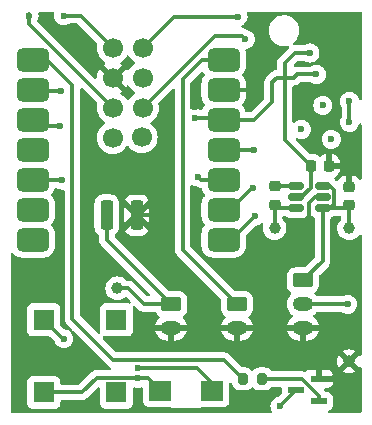
<source format=gbr>
%TF.GenerationSoftware,KiCad,Pcbnew,8.0.6*%
%TF.CreationDate,2024-11-21T01:25:50-08:00*%
%TF.ProjectId,LED20,4c454432-302e-46b6-9963-61645f706362,2*%
%TF.SameCoordinates,Original*%
%TF.FileFunction,Copper,L1,Top*%
%TF.FilePolarity,Positive*%
%FSLAX46Y46*%
G04 Gerber Fmt 4.6, Leading zero omitted, Abs format (unit mm)*
G04 Created by KiCad (PCBNEW 8.0.6) date 2024-11-21 01:25:50*
%MOMM*%
%LPD*%
G01*
G04 APERTURE LIST*
G04 Aperture macros list*
%AMRoundRect*
0 Rectangle with rounded corners*
0 $1 Rounding radius*
0 $2 $3 $4 $5 $6 $7 $8 $9 X,Y pos of 4 corners*
0 Add a 4 corners polygon primitive as box body*
4,1,4,$2,$3,$4,$5,$6,$7,$8,$9,$2,$3,0*
0 Add four circle primitives for the rounded corners*
1,1,$1+$1,$2,$3*
1,1,$1+$1,$4,$5*
1,1,$1+$1,$6,$7*
1,1,$1+$1,$8,$9*
0 Add four rect primitives between the rounded corners*
20,1,$1+$1,$2,$3,$4,$5,0*
20,1,$1+$1,$4,$5,$6,$7,0*
20,1,$1+$1,$6,$7,$8,$9,0*
20,1,$1+$1,$8,$9,$2,$3,0*%
G04 Aperture macros list end*
%TA.AperFunction,SMDPad,CuDef*%
%ADD10C,1.000000*%
%TD*%
%TA.AperFunction,SMDPad,CuDef*%
%ADD11RoundRect,0.150000X0.512500X0.150000X-0.512500X0.150000X-0.512500X-0.150000X0.512500X-0.150000X0*%
%TD*%
%TA.AperFunction,ComponentPad*%
%ADD12RoundRect,0.250000X-0.625000X0.350000X-0.625000X-0.350000X0.625000X-0.350000X0.625000X0.350000X0*%
%TD*%
%TA.AperFunction,ComponentPad*%
%ADD13O,1.750000X1.200000*%
%TD*%
%TA.AperFunction,SMDPad,CuDef*%
%ADD14RoundRect,0.225000X-0.250000X0.225000X-0.250000X-0.225000X0.250000X-0.225000X0.250000X0.225000X0*%
%TD*%
%TA.AperFunction,SMDPad,CuDef*%
%ADD15R,1.879600X1.701800*%
%TD*%
%TA.AperFunction,SMDPad,CuDef*%
%ADD16RoundRect,0.500000X-0.875000X-0.500000X0.875000X-0.500000X0.875000X0.500000X-0.875000X0.500000X0*%
%TD*%
%TA.AperFunction,SMDPad,CuDef*%
%ADD17RoundRect,0.275000X-0.275000X0.975000X-0.275000X-0.975000X0.275000X-0.975000X0.275000X0.975000X0*%
%TD*%
%TA.AperFunction,SMDPad,CuDef*%
%ADD18C,1.700000*%
%TD*%
%TA.AperFunction,SMDPad,CuDef*%
%ADD19RoundRect,0.225000X0.250000X-0.225000X0.250000X0.225000X-0.250000X0.225000X-0.250000X-0.225000X0*%
%TD*%
%TA.AperFunction,SMDPad,CuDef*%
%ADD20RoundRect,0.225000X-0.225000X-0.250000X0.225000X-0.250000X0.225000X0.250000X-0.225000X0.250000X0*%
%TD*%
%TA.AperFunction,SMDPad,CuDef*%
%ADD21R,1.803400X1.803400*%
%TD*%
%TA.AperFunction,SMDPad,CuDef*%
%ADD22RoundRect,0.200000X-0.200000X-0.275000X0.200000X-0.275000X0.200000X0.275000X-0.200000X0.275000X0*%
%TD*%
%TA.AperFunction,SMDPad,CuDef*%
%ADD23R,1.422400X0.558800*%
%TD*%
%TA.AperFunction,ViaPad*%
%ADD24C,0.600000*%
%TD*%
%TA.AperFunction,Conductor*%
%ADD25C,0.304800*%
%TD*%
%TA.AperFunction,Conductor*%
%ADD26C,0.200000*%
%TD*%
G04 APERTURE END LIST*
D10*
%TO.P,TP2,1,1*%
%TO.N,GND*%
X160637500Y-93450000D03*
%TD*%
D11*
%TO.P,U2,1,5VO*%
%TO.N,+5V*%
X158406261Y-80514160D03*
%TO.P,U2,2,GND*%
%TO.N,GND*%
X158406261Y-79564160D03*
%TO.P,U2,3,!SHDN*%
%TO.N,+5V*%
X158406261Y-78614160D03*
%TO.P,U2,4,C-*%
%TO.N,Net-(U2-C-)*%
X156131261Y-78614160D03*
%TO.P,U2,5,VIN*%
%TO.N,3.3V*%
X156131261Y-79564160D03*
%TO.P,U2,6,C+*%
%TO.N,Net-(U2-C+)*%
X156131261Y-80514160D03*
%TD*%
D12*
%TO.P,U6,1,1*%
%TO.N,+5V IN*%
X151155921Y-88608331D03*
D13*
%TO.P,U6,2,2*%
%TO.N,GND*%
X151155921Y-90608331D03*
%TD*%
D12*
%TO.P,D1,1,VDD*%
%TO.N,+5V*%
X156733847Y-86611446D03*
D13*
%TO.P,D1,2,DIN*%
%TO.N,3.3V Data (D4)*%
X156733847Y-88611446D03*
%TO.P,D1,3,VSS*%
%TO.N,GND*%
X156733847Y-90611446D03*
%TD*%
D14*
%TO.P,C3,1*%
%TO.N,GND*%
X160637500Y-78675000D03*
%TO.P,C3,2*%
%TO.N,+5V*%
X160637500Y-80225000D03*
%TD*%
D15*
%TO.P,CR1,1*%
%TO.N,3.3V*%
X149057100Y-95950000D03*
%TO.P,CR1,2*%
%TO.N,Net-(U3-COLLECTOR)*%
X144637500Y-95950000D03*
%TD*%
D16*
%TO.P,U4,1,LP_GPIO0/GPIO0/A0/D0*%
%TO.N,Net-(U4-LP_GPIO0{slash}GPIO0{slash}A0{slash}D0)*%
X133855900Y-67931500D03*
%TO.P,U4,2,LP_GPIO1/GPIO1/A1/D1*%
%TO.N,Net-(U1-INT1)*%
X133855900Y-70471500D03*
%TO.P,U4,3,LP_GPIO2/GPIO2/A2/D2*%
%TO.N,Net-(U1-INT2)*%
X133855900Y-73011500D03*
%TO.P,U4,4,SDIO_DATA1/GPIO21/D3*%
%TO.N,unconnected-(TP9-Pad1)*%
X133855900Y-75551500D03*
%TO.P,U4,5,SDIO_DATA2/GPIO22/SDA/D4*%
%TO.N,3.3V Data (D4)*%
X133855900Y-78091500D03*
%TO.P,U4,6,SDIO_DATA3/GPIO23/SCL/D5*%
%TO.N,unconnected-(U4-SDIO_DATA3{slash}GPIO23{slash}SCL{slash}D5-Pad6)*%
X133855900Y-80631500D03*
%TO.P,U4,7,GPIO16/TX/D6*%
%TO.N,unconnected-(U4-GPIO16{slash}TX{slash}D6-Pad7)*%
X133855900Y-83171500D03*
%TO.P,U4,8,GPIO17/RX/D7*%
%TO.N,Net-(U1-CS)*%
X150020900Y-83171500D03*
%TO.P,U4,9,SDIO_CLK/GPIO19/SCK/D8*%
%TO.N,Net-(U1-SCL)*%
X150020900Y-80631500D03*
%TO.P,U4,10,SDIO_DATA0/GPIO20/MISO/D9*%
%TO.N,Net-(U1-SDO{slash}SA0)*%
X150020900Y-78091500D03*
%TO.P,U4,11,SDIO_CMD/GPIO18/MOSI/D10*%
%TO.N,Net-(U1-SDA)*%
X150020900Y-75551500D03*
%TO.P,U4,12,3V3*%
%TO.N,3.3V*%
X150020900Y-73011500D03*
%TO.P,U4,13,GND*%
%TO.N,GND*%
X150020900Y-70471500D03*
%TO.P,U4,14,5V*%
%TO.N,+5V IN*%
X150020900Y-67931500D03*
D17*
%TO.P,U4,15,+*%
%TO.N,VBATT*%
X140129500Y-81083200D03*
%TO.P,U4,16,-*%
%TO.N,GND*%
X142669500Y-81083200D03*
D18*
%TO.P,U4,17,LP_I2C_SCL/LP_GPIO7/GPIO7/MTDO*%
%TO.N,unconnected-(TP16-Pad1)*%
X140637500Y-66910000D03*
%TO.P,U4,18,LP_UART_TXD/LP_GPIO5/GPIO5/A5/MTDI*%
%TO.N,unconnected-(TP14-Pad1)*%
X143177500Y-66910000D03*
%TO.P,U4,19,GND*%
%TO.N,GND*%
X140637500Y-69450000D03*
%TO.P,U4,20*%
%TO.N,N/C*%
X143177500Y-69450000D03*
%TO.P,U4,21,LP_I2C_SDA/LP_GPIO6/GPIO6/A6/MTCK*%
%TO.N,unconnected-(TP15-Pad1)*%
X140637500Y-71990000D03*
%TO.P,U4,22,LP_UART_RXD/GPIO4/LP_GPIO4/A4/MTMS*%
%TO.N,unconnected-(TP13-Pad1)*%
X143177500Y-71990000D03*
%TO.P,U4,23*%
%TO.N,N/C*%
X140637500Y-74530000D03*
%TO.P,U4,24*%
X143084900Y-74473200D03*
%TD*%
D19*
%TO.P,C1,1*%
%TO.N,Net-(U2-C+)*%
X154333037Y-80189265D03*
%TO.P,C1,2*%
%TO.N,Net-(U2-C-)*%
X154333037Y-78639265D03*
%TD*%
D10*
%TO.P,TP1,1,1*%
%TO.N,VBATT*%
X141008275Y-87276212D03*
%TD*%
D20*
%TO.P,C2,1*%
%TO.N,3.3V*%
X157378782Y-76910052D03*
%TO.P,C2,2*%
%TO.N,GND*%
X158928782Y-76910052D03*
%TD*%
D10*
%TO.P,TP17,1,1*%
%TO.N,Net-(U2-C+)*%
X154333075Y-82169007D03*
%TD*%
%TO.P,TP18,1,1*%
%TO.N,+5V*%
X160649673Y-82192994D03*
%TD*%
D21*
%TO.P,LS1,1,1*%
%TO.N,3.3V*%
X134799055Y-89943829D03*
%TO.P,LS1,2,2*%
%TO.N,Net-(U3-COLLECTOR)*%
X134799055Y-96093829D03*
%TO.P,LS1,3*%
%TO.N,N/C*%
X140949055Y-89943829D03*
%TO.P,LS1,4*%
X140949055Y-96093829D03*
%TD*%
D12*
%TO.P,U7,1,1*%
%TO.N,VBATT*%
X145575412Y-88608331D03*
D13*
%TO.P,U7,2,2*%
%TO.N,GND*%
X145575412Y-90608331D03*
%TD*%
D22*
%TO.P,R1,1*%
%TO.N,Net-(U4-LP_GPIO0{slash}GPIO0{slash}A0{slash}D0)*%
X151637500Y-94950000D03*
%TO.P,R1,2*%
%TO.N,Net-(U3-BASE)*%
X153287500Y-94950000D03*
%TD*%
D23*
%TO.P,U3,3,COLLECTOR*%
%TO.N,Net-(U3-COLLECTOR)*%
X156137500Y-95902500D03*
%TO.P,U3,2,EMITTER*%
%TO.N,GND*%
X158067900Y-94950000D03*
%TO.P,U3,1,BASE*%
%TO.N,Net-(U3-BASE)*%
X158067900Y-96855000D03*
%TD*%
D24*
%TO.N,3.3V*%
X147632858Y-72883326D03*
%TO.N,GND*%
X158349652Y-67484429D03*
%TO.N,3.3V*%
X157349654Y-67353629D03*
%TO.N,Net-(U1-SDA)*%
X156608313Y-73814663D03*
%TO.N,Net-(U1-CS)*%
X159140756Y-74664675D03*
%TO.N,Net-(U1-SCL)*%
X158430138Y-71791608D03*
%TO.N,VBATT*%
X141008275Y-87276212D03*
%TO.N,Net-(U2-C+)*%
X154333075Y-82169007D03*
%TO.N,+5V*%
X160649673Y-82192994D03*
%TO.N,GND*%
X160637500Y-93450000D03*
X161174315Y-75882805D03*
X160899645Y-64735493D03*
X152647063Y-64284093D03*
X147637500Y-80450000D03*
X137637500Y-66450000D03*
X138991771Y-89796948D03*
X147637500Y-71950000D03*
X157288203Y-82709760D03*
X139137500Y-78450000D03*
X144137500Y-83450000D03*
X142794572Y-96159296D03*
X137637500Y-94950000D03*
X144637500Y-76950000D03*
X145130972Y-80127771D03*
X138637500Y-71950000D03*
X141885839Y-70673188D03*
X138637500Y-84950000D03*
%TO.N,3.3V*%
X157880031Y-69166348D03*
%TO.N,3.3V Data (D4)*%
X136346242Y-78108587D03*
X160536654Y-88625189D03*
%TO.N,Net-(U1-SDA)*%
X152624770Y-75551500D03*
%TO.N,Net-(U1-SDO{slash}SA0)*%
X147874161Y-77851844D03*
%TO.N,Net-(U1-SCL)*%
X152543623Y-78757729D03*
%TO.N,Net-(U1-CS)*%
X152657837Y-81147595D03*
%TO.N,Net-(U1-INT2)*%
X160680206Y-71450000D03*
X160680206Y-73216858D03*
X136183121Y-73557121D03*
%TO.N,Net-(U1-INT1)*%
X136287163Y-70544233D03*
%TO.N,unconnected-(TP13-Pad1)*%
X151857879Y-66189222D03*
%TO.N,unconnected-(TP14-Pad1)*%
X151241689Y-64264802D03*
%TO.N,unconnected-(TP15-Pad1)*%
X133558215Y-64181695D03*
%TO.N,unconnected-(TP16-Pad1)*%
X136473277Y-64192789D03*
%TO.N,Net-(U3-COLLECTOR)*%
X154796611Y-97243389D03*
X142807619Y-94892129D03*
%TO.N,3.3V*%
X136493951Y-91556451D03*
X142809323Y-94001798D03*
%TO.N,GND*%
X159908708Y-67506138D03*
X152637500Y-70463206D03*
%TD*%
D25*
%TO.N,3.3V*%
X149892726Y-72883326D02*
X150020900Y-73011500D01*
X147632858Y-72883326D02*
X149892726Y-72883326D01*
X156558419Y-79564160D02*
X156131261Y-79564160D01*
X157378782Y-78743797D02*
X156558419Y-79564160D01*
X157378782Y-76910052D02*
X157378782Y-78743797D01*
%TO.N,GND*%
X159886999Y-67484429D02*
X159908708Y-67506138D01*
X158349652Y-67484429D02*
X159886999Y-67484429D01*
%TO.N,3.3V*%
X155196799Y-74728069D02*
X157378782Y-76910052D01*
X155196799Y-68196288D02*
X155196799Y-74728069D01*
X156039458Y-67353629D02*
X155196799Y-68196288D01*
X157349654Y-67353629D02*
X156039458Y-67353629D01*
%TO.N,Net-(U1-SDO{slash}SA0)*%
X148113817Y-78091500D02*
X150020900Y-78091500D01*
X147874161Y-77851844D02*
X148113817Y-78091500D01*
%TO.N,3.3V*%
X155940326Y-69450000D02*
X156223978Y-69166348D01*
X154521981Y-69450000D02*
X155940326Y-69450000D01*
X154134504Y-69837477D02*
X154521981Y-69450000D01*
X154134504Y-71513577D02*
X154134504Y-69837477D01*
X156223978Y-69166348D02*
X157880031Y-69166348D01*
X152636581Y-73011500D02*
X154134504Y-71513577D01*
X150020900Y-73011500D02*
X152636581Y-73011500D01*
%TO.N,Net-(U1-INT1)*%
X136287163Y-70544233D02*
X133928633Y-70544233D01*
X133928633Y-70544233D02*
X133855900Y-70471500D01*
%TO.N,Net-(U1-INT2)*%
X134401521Y-73557121D02*
X133855900Y-73011500D01*
X136183121Y-73557121D02*
X134401521Y-73557121D01*
D26*
%TO.N,GND*%
X140662651Y-69450000D02*
X141885839Y-70673188D01*
X140637500Y-69450000D02*
X140662651Y-69450000D01*
D25*
%TO.N,unconnected-(TP13-Pad1)*%
X149294673Y-65872827D02*
X143177500Y-71990000D01*
X151541484Y-65872827D02*
X149294673Y-65872827D01*
X151857879Y-66189222D02*
X151541484Y-65872827D01*
%TO.N,GND*%
X160637500Y-76419620D02*
X161174315Y-75882805D01*
X160637500Y-78675000D02*
X160637500Y-76419620D01*
X157288203Y-80019719D02*
X157288203Y-82709760D01*
X157743762Y-79564160D02*
X157288203Y-80019719D01*
X158406261Y-79564160D02*
X157743762Y-79564160D01*
X144175543Y-81083200D02*
X142669500Y-81083200D01*
X145130972Y-80127771D02*
X144175543Y-81083200D01*
X159137500Y-94950000D02*
X159628310Y-94459190D01*
X158067900Y-94950000D02*
X159137500Y-94950000D01*
X159628310Y-94459190D02*
X160637500Y-93450000D01*
%TO.N,Net-(U3-COLLECTOR)*%
X154796611Y-97243389D02*
X156137500Y-95902500D01*
%TO.N,3.3V*%
X149057100Y-95302674D02*
X149057100Y-95950000D01*
X142809323Y-94001798D02*
X147756224Y-94001798D01*
X147756224Y-94001798D02*
X149057100Y-95302674D01*
X149137500Y-95383074D02*
X149137500Y-95457178D01*
%TO.N,Net-(U4-LP_GPIO0{slash}GPIO0{slash}A0{slash}D0)*%
X137213610Y-70068417D02*
X135076693Y-67931500D01*
X137213610Y-89874639D02*
X137213610Y-70068417D01*
X135076693Y-67931500D02*
X133855900Y-67931500D01*
X140688369Y-93349398D02*
X137213610Y-89874639D01*
X150036898Y-93349398D02*
X140688369Y-93349398D01*
X151637500Y-94950000D02*
X150036898Y-93349398D01*
%TO.N,Net-(U3-COLLECTOR)*%
X138006667Y-96093829D02*
X134799055Y-96093829D01*
X139260767Y-94839729D02*
X138006667Y-96093829D01*
X142755219Y-94839729D02*
X139260767Y-94839729D01*
X142807619Y-94892129D02*
X142755219Y-94839729D01*
X143579629Y-94892129D02*
X144637500Y-95950000D01*
X142807619Y-94892129D02*
X143579629Y-94892129D01*
%TO.N,3.3V*%
X136411677Y-91556451D02*
X134799055Y-89943829D01*
X136493951Y-91556451D02*
X136411677Y-91556451D01*
%TO.N,GND*%
X150020900Y-70471500D02*
X152635265Y-70471500D01*
X152635265Y-70471500D02*
X152643559Y-70463206D01*
%TO.N,Net-(U1-SDA)*%
X152624770Y-75551500D02*
X150020900Y-75551500D01*
%TO.N,Net-(U1-SCL)*%
X152543623Y-78722719D02*
X152517365Y-78696461D01*
X152517365Y-78696461D02*
X150582326Y-80631500D01*
X150582326Y-80631500D02*
X150020900Y-80631500D01*
X152543623Y-78757729D02*
X152543623Y-78722719D01*
%TO.N,Net-(U1-CS)*%
X150633932Y-83171500D02*
X150020900Y-83171500D01*
X152657837Y-81147595D02*
X150633932Y-83171500D01*
D26*
%TO.N,3.3V Data (D4)*%
X136346242Y-78108587D02*
X136329155Y-78091500D01*
D25*
X136329155Y-78091500D02*
X133855900Y-78091500D01*
%TO.N,Net-(U2-C+)*%
X154348199Y-80204427D02*
X154333037Y-80189265D01*
X154333037Y-82168969D02*
X154333075Y-82169007D01*
X154333037Y-80189265D02*
X154657932Y-80514160D01*
X154333037Y-80189265D02*
X154333037Y-82168969D01*
X154657932Y-80514160D02*
X156131261Y-80514160D01*
%TO.N,Net-(U2-C-)*%
X154571604Y-78626906D02*
X154559245Y-78639265D01*
X154333037Y-78639265D02*
X154559245Y-78639265D01*
X154333037Y-78639265D02*
X156106156Y-78639265D01*
X154335742Y-78636560D02*
X154333037Y-78639265D01*
X156106156Y-78639265D02*
X156131261Y-78614160D01*
%TO.N,+5V*%
X158406261Y-80514160D02*
X158406261Y-84939032D01*
X158406261Y-78614160D02*
X159068760Y-78614160D01*
X159368761Y-80214159D02*
X159068760Y-80514160D01*
X159368761Y-78914161D02*
X159368761Y-80214159D01*
X160354244Y-80179654D02*
X160445218Y-80088680D01*
X160637500Y-80225000D02*
X160637500Y-82180821D01*
X158406261Y-84939032D02*
X156733847Y-86611446D01*
X159068760Y-78614160D02*
X159368761Y-78914161D01*
X160637500Y-82180821D02*
X160649673Y-82192994D01*
X158490107Y-80598006D02*
X158406261Y-80514160D01*
X159068760Y-80514160D02*
X158406261Y-80514160D01*
X160348340Y-80514160D02*
X160637500Y-80225000D01*
X158406261Y-80514160D02*
X160348340Y-80514160D01*
%TO.N,3.3V Data (D4)*%
X156733847Y-88611446D02*
X160522911Y-88611446D01*
X160522911Y-88611446D02*
X160536654Y-88625189D01*
%TO.N,VBATT*%
X140129500Y-81083200D02*
X140129500Y-83162419D01*
X141008275Y-87276212D02*
X141961268Y-87276212D01*
X140129500Y-83162419D02*
X145575412Y-88608331D01*
X141961268Y-87276212D02*
X143293387Y-88608331D01*
X143293387Y-88608331D02*
X145575412Y-88608331D01*
%TO.N,Net-(U1-INT2)*%
X160680206Y-73216858D02*
X160680206Y-71450000D01*
%TO.N,unconnected-(TP14-Pad1)*%
X143177500Y-66910000D02*
X145822698Y-64264802D01*
X145822698Y-64264802D02*
X151241689Y-64264802D01*
%TO.N,unconnected-(TP15-Pad1)*%
X133570623Y-64039269D02*
X133570623Y-64169287D01*
X133558215Y-64910715D02*
X140637500Y-71990000D01*
X133570623Y-64169287D02*
X133558215Y-64181695D01*
X133558215Y-64181695D02*
X133558215Y-64910715D01*
%TO.N,unconnected-(TP16-Pad1)*%
X137920289Y-64192789D02*
X140637500Y-66910000D01*
X136473277Y-64192789D02*
X137920289Y-64192789D01*
%TO.N,+5V IN*%
X150020900Y-67931500D02*
X148172370Y-67931500D01*
X148172370Y-67931500D02*
X146549747Y-69554123D01*
X146549747Y-84002157D02*
X151155921Y-88608331D01*
X146549747Y-69554123D02*
X146549747Y-84002157D01*
%TO.N,Net-(U4-LP_GPIO0{slash}GPIO0{slash}A0{slash}D0)*%
X134095023Y-67931500D02*
X134283493Y-68119970D01*
X133855900Y-67931500D02*
X134095023Y-67931500D01*
%TO.N,Net-(U3-COLLECTOR)*%
X134781329Y-96093829D02*
X134637500Y-95950000D01*
%TO.N,Net-(U3-BASE)*%
X158067900Y-96380400D02*
X156637500Y-94950000D01*
X156637500Y-94950000D02*
X153287500Y-94950000D01*
X158067900Y-96855000D02*
X158067900Y-96380400D01*
%TD*%
%TA.AperFunction,Conductor*%
%TO.N,GND*%
G36*
X135871494Y-78757114D02*
G01*
X135886736Y-78765269D01*
X135996715Y-78834374D01*
X135996719Y-78834375D01*
X135996720Y-78834376D01*
X136131773Y-78881633D01*
X136166987Y-78893955D01*
X136166992Y-78893956D01*
X136346238Y-78914152D01*
X136346242Y-78914152D01*
X136346244Y-78914152D01*
X136394025Y-78908768D01*
X136422826Y-78905523D01*
X136491648Y-78917577D01*
X136543027Y-78964926D01*
X136560710Y-79028743D01*
X136560710Y-89938946D01*
X136574473Y-90008134D01*
X136574473Y-90008135D01*
X136579181Y-90031806D01*
X136585801Y-90065083D01*
X136635018Y-90183903D01*
X136685120Y-90258887D01*
X136706472Y-90290843D01*
X137149121Y-90733492D01*
X137182606Y-90794815D01*
X137177622Y-90864507D01*
X137152573Y-90897967D01*
X137178869Y-90875647D01*
X137248126Y-90866409D01*
X137311382Y-90896081D01*
X137316909Y-90901280D01*
X140272165Y-93856535D01*
X140272166Y-93856536D01*
X140272169Y-93856538D01*
X140379105Y-93927990D01*
X140417385Y-93943846D01*
X140428060Y-93948268D01*
X140482463Y-93992109D01*
X140504528Y-94058403D01*
X140487249Y-94126102D01*
X140436112Y-94173713D01*
X140380607Y-94186829D01*
X139196460Y-94186829D01*
X139070328Y-94211918D01*
X139070322Y-94211920D01*
X138951504Y-94261136D01*
X138844564Y-94332590D01*
X138844563Y-94332591D01*
X137772545Y-95404610D01*
X137711222Y-95438095D01*
X137684864Y-95440929D01*
X136325254Y-95440929D01*
X136258215Y-95421244D01*
X136212460Y-95368440D01*
X136201254Y-95316929D01*
X136201254Y-95144258D01*
X136201253Y-95144252D01*
X136201252Y-95144245D01*
X136194846Y-95084646D01*
X136191621Y-95076000D01*
X136144552Y-94949800D01*
X136144548Y-94949793D01*
X136058302Y-94834584D01*
X136058299Y-94834581D01*
X135943090Y-94748335D01*
X135943083Y-94748331D01*
X135808237Y-94698037D01*
X135808238Y-94698037D01*
X135748638Y-94691630D01*
X135748636Y-94691629D01*
X135748628Y-94691629D01*
X135748619Y-94691629D01*
X133849484Y-94691629D01*
X133849478Y-94691630D01*
X133789871Y-94698037D01*
X133655026Y-94748331D01*
X133655019Y-94748335D01*
X133539810Y-94834581D01*
X133539807Y-94834584D01*
X133453561Y-94949793D01*
X133453557Y-94949800D01*
X133403263Y-95084646D01*
X133398655Y-95127511D01*
X133396856Y-95144252D01*
X133396855Y-95144264D01*
X133396855Y-97043399D01*
X133396856Y-97043405D01*
X133403263Y-97103012D01*
X133453557Y-97237857D01*
X133453561Y-97237864D01*
X133539807Y-97353073D01*
X133539810Y-97353076D01*
X133655019Y-97439322D01*
X133655026Y-97439326D01*
X133789872Y-97489620D01*
X133789871Y-97489620D01*
X133796799Y-97490364D01*
X133849482Y-97496029D01*
X135748627Y-97496028D01*
X135808238Y-97489620D01*
X135943086Y-97439325D01*
X136058301Y-97353075D01*
X136144551Y-97237860D01*
X136194846Y-97103012D01*
X136201255Y-97043402D01*
X136201255Y-96870729D01*
X136220940Y-96803690D01*
X136273744Y-96757935D01*
X136325255Y-96746729D01*
X138070974Y-96746729D01*
X138155832Y-96729848D01*
X138197111Y-96721638D01*
X138315931Y-96672421D01*
X138422867Y-96600970D01*
X139335174Y-95688661D01*
X139396497Y-95655177D01*
X139466188Y-95660161D01*
X139522122Y-95702032D01*
X139546539Y-95767497D01*
X139546855Y-95776343D01*
X139546855Y-97043399D01*
X139546856Y-97043405D01*
X139553263Y-97103012D01*
X139603557Y-97237857D01*
X139603561Y-97237864D01*
X139689807Y-97353073D01*
X139689810Y-97353076D01*
X139805019Y-97439322D01*
X139805026Y-97439326D01*
X139939872Y-97489620D01*
X139939871Y-97489620D01*
X139946799Y-97490364D01*
X139999482Y-97496029D01*
X141898627Y-97496028D01*
X141958238Y-97489620D01*
X142093086Y-97439325D01*
X142208301Y-97353075D01*
X142294551Y-97237860D01*
X142344846Y-97103012D01*
X142351255Y-97043402D01*
X142351254Y-95755293D01*
X142370939Y-95688255D01*
X142423742Y-95642500D01*
X142492901Y-95632556D01*
X142516209Y-95638253D01*
X142628356Y-95677495D01*
X142628362Y-95677496D01*
X142628364Y-95677497D01*
X142628365Y-95677497D01*
X142628369Y-95677498D01*
X142807615Y-95697694D01*
X142807619Y-95697694D01*
X142807623Y-95697694D01*
X142986868Y-95677498D01*
X142986869Y-95677497D01*
X142986874Y-95677497D01*
X143032245Y-95661620D01*
X143102022Y-95658058D01*
X143162650Y-95692786D01*
X143194878Y-95754779D01*
X143197200Y-95778662D01*
X143197200Y-96848770D01*
X143197201Y-96848776D01*
X143203608Y-96908383D01*
X143253902Y-97043228D01*
X143253906Y-97043235D01*
X143340152Y-97158444D01*
X143340155Y-97158447D01*
X143455364Y-97244693D01*
X143455371Y-97244697D01*
X143590217Y-97294991D01*
X143590216Y-97294991D01*
X143597144Y-97295735D01*
X143649827Y-97301400D01*
X145505737Y-97301399D01*
X145572776Y-97321084D01*
X145593418Y-97337718D01*
X145628100Y-97372400D01*
X148066498Y-97372400D01*
X148066500Y-97372400D01*
X148066500Y-97372398D01*
X148101180Y-97337718D01*
X148162503Y-97304233D01*
X148188853Y-97301399D01*
X150044772Y-97301399D01*
X150104383Y-97294991D01*
X150239231Y-97244696D01*
X150354446Y-97158446D01*
X150440696Y-97043231D01*
X150490991Y-96908383D01*
X150497400Y-96848773D01*
X150497399Y-95374386D01*
X150517084Y-95307348D01*
X150569887Y-95261593D01*
X150639046Y-95251649D01*
X150702602Y-95280674D01*
X150740376Y-95339452D01*
X150743016Y-95350193D01*
X150743413Y-95352192D01*
X150743413Y-95352194D01*
X150743414Y-95352196D01*
X150794022Y-95514606D01*
X150882013Y-95660161D01*
X150882030Y-95660188D01*
X151002311Y-95780469D01*
X151002313Y-95780470D01*
X151002315Y-95780472D01*
X151147894Y-95868478D01*
X151310304Y-95919086D01*
X151380884Y-95925500D01*
X151380887Y-95925500D01*
X151894113Y-95925500D01*
X151894116Y-95925500D01*
X151964696Y-95919086D01*
X152127106Y-95868478D01*
X152272685Y-95780472D01*
X152323441Y-95729716D01*
X152374819Y-95678339D01*
X152436142Y-95644854D01*
X152505834Y-95649838D01*
X152550181Y-95678339D01*
X152652311Y-95780469D01*
X152652313Y-95780470D01*
X152652315Y-95780472D01*
X152797894Y-95868478D01*
X152960304Y-95919086D01*
X153030884Y-95925500D01*
X153030887Y-95925500D01*
X153544113Y-95925500D01*
X153544116Y-95925500D01*
X153614696Y-95919086D01*
X153777106Y-95868478D01*
X153922685Y-95780472D01*
X154042972Y-95660185D01*
X154042972Y-95660183D01*
X154047599Y-95654280D01*
X154049254Y-95655576D01*
X154092954Y-95615561D01*
X154147539Y-95602900D01*
X154801800Y-95602900D01*
X154868839Y-95622585D01*
X154914594Y-95675389D01*
X154925800Y-95726900D01*
X154925800Y-96139496D01*
X154906115Y-96206535D01*
X154889481Y-96227177D01*
X154694561Y-96422097D01*
X154633238Y-96455582D01*
X154620767Y-96457636D01*
X154617360Y-96458019D01*
X154447089Y-96517599D01*
X154294348Y-96613573D01*
X154166795Y-96741126D01*
X154070822Y-96893865D01*
X154011242Y-97064134D01*
X154011241Y-97064139D01*
X153991046Y-97243385D01*
X153991046Y-97243392D01*
X154011241Y-97422638D01*
X154011242Y-97422643D01*
X154070822Y-97592912D01*
X154105380Y-97647910D01*
X154124380Y-97715147D01*
X154104012Y-97781982D01*
X154050744Y-97827196D01*
X154000386Y-97837882D01*
X132116915Y-97837882D01*
X132049876Y-97818197D01*
X132004121Y-97765393D01*
X131992915Y-97713882D01*
X131992915Y-88994264D01*
X133396855Y-88994264D01*
X133396855Y-90893399D01*
X133396856Y-90893405D01*
X133403263Y-90953012D01*
X133453557Y-91087857D01*
X133453561Y-91087864D01*
X133539807Y-91203073D01*
X133539810Y-91203076D01*
X133655019Y-91289322D01*
X133655026Y-91289326D01*
X133789872Y-91339620D01*
X133789871Y-91339620D01*
X133796799Y-91340364D01*
X133849482Y-91346029D01*
X135226551Y-91346028D01*
X135293590Y-91365713D01*
X135314232Y-91382347D01*
X135710633Y-91778748D01*
X135739993Y-91825473D01*
X135768162Y-91905974D01*
X135768163Y-91905975D01*
X135864135Y-92058713D01*
X135991689Y-92186267D01*
X136144429Y-92282240D01*
X136314696Y-92341819D01*
X136314701Y-92341820D01*
X136493947Y-92362016D01*
X136493951Y-92362016D01*
X136493955Y-92362016D01*
X136673200Y-92341820D01*
X136673203Y-92341819D01*
X136673206Y-92341819D01*
X136843473Y-92282240D01*
X136996213Y-92186267D01*
X137123767Y-92058713D01*
X137219740Y-91905973D01*
X137279319Y-91735706D01*
X137279320Y-91735700D01*
X137299516Y-91556454D01*
X137299516Y-91556447D01*
X137279320Y-91377201D01*
X137279319Y-91377196D01*
X137268412Y-91346027D01*
X137219740Y-91206929D01*
X137124233Y-91054931D01*
X137105234Y-90987697D01*
X137124445Y-90924656D01*
X137070286Y-90944857D01*
X137002013Y-90930005D01*
X136995468Y-90926167D01*
X136843472Y-90830661D01*
X136673200Y-90771081D01*
X136577075Y-90760251D01*
X136512661Y-90733185D01*
X136503287Y-90724720D01*
X136369174Y-90590607D01*
X136237573Y-90459006D01*
X136204088Y-90397683D01*
X136201254Y-90371325D01*
X136201254Y-88994258D01*
X136201253Y-88994252D01*
X136201252Y-88994245D01*
X136194846Y-88934646D01*
X136184949Y-88908112D01*
X136144552Y-88799800D01*
X136144548Y-88799793D01*
X136058302Y-88684584D01*
X136058299Y-88684581D01*
X135943090Y-88598335D01*
X135943083Y-88598331D01*
X135808237Y-88548037D01*
X135808238Y-88548037D01*
X135748638Y-88541630D01*
X135748636Y-88541629D01*
X135748628Y-88541629D01*
X135748619Y-88541629D01*
X133849484Y-88541629D01*
X133849478Y-88541630D01*
X133789871Y-88548037D01*
X133655026Y-88598331D01*
X133655019Y-88598335D01*
X133539810Y-88684581D01*
X133539807Y-88684584D01*
X133453561Y-88799793D01*
X133453557Y-88799800D01*
X133403263Y-88934646D01*
X133398956Y-88974711D01*
X133396856Y-88994252D01*
X133396855Y-88994264D01*
X131992915Y-88994264D01*
X131992915Y-84391342D01*
X132012600Y-84324303D01*
X132065404Y-84278548D01*
X132134562Y-84268604D01*
X132198118Y-84297629D01*
X132213017Y-84312981D01*
X132269790Y-84382609D01*
X132363703Y-84459184D01*
X132427493Y-84511198D01*
X132607851Y-84605409D01*
X132803482Y-84661386D01*
X132922863Y-84672000D01*
X134788936Y-84671999D01*
X134908318Y-84661386D01*
X135103949Y-84605409D01*
X135284307Y-84511198D01*
X135442009Y-84382609D01*
X135570598Y-84224907D01*
X135664809Y-84044549D01*
X135720786Y-83848918D01*
X135731400Y-83729537D01*
X135731399Y-82613464D01*
X135720786Y-82494082D01*
X135664809Y-82298451D01*
X135570598Y-82118093D01*
X135457883Y-81979859D01*
X135430775Y-81915465D01*
X135442784Y-81846635D01*
X135457881Y-81823142D01*
X135570598Y-81684907D01*
X135664809Y-81504549D01*
X135720786Y-81308918D01*
X135731400Y-81189537D01*
X135731399Y-80073464D01*
X135720786Y-79954082D01*
X135667998Y-79769595D01*
X135664810Y-79758454D01*
X135664809Y-79758453D01*
X135664809Y-79758451D01*
X135570598Y-79578093D01*
X135457883Y-79439859D01*
X135430775Y-79375465D01*
X135442784Y-79306635D01*
X135457881Y-79283142D01*
X135570598Y-79144907D01*
X135664809Y-78964549D01*
X135701548Y-78836150D01*
X135738915Y-78777113D01*
X135802269Y-78747649D01*
X135871494Y-78757114D01*
G37*
%TD.AperFunction*%
%TA.AperFunction,Conductor*%
G36*
X138071713Y-70347999D02*
G01*
X138078191Y-70354031D01*
X139289073Y-71564913D01*
X139322558Y-71626236D01*
X139321167Y-71684686D01*
X139302439Y-71754583D01*
X139302436Y-71754596D01*
X139281841Y-71989999D01*
X139281841Y-71990000D01*
X139302436Y-72225403D01*
X139302438Y-72225413D01*
X139363594Y-72453655D01*
X139363596Y-72453659D01*
X139363597Y-72453663D01*
X139430517Y-72597173D01*
X139463465Y-72667830D01*
X139463467Y-72667834D01*
X139544410Y-72783432D01*
X139599001Y-72861396D01*
X139599006Y-72861402D01*
X139766097Y-73028493D01*
X139766103Y-73028498D01*
X139951658Y-73158425D01*
X139995283Y-73213002D01*
X140002477Y-73282500D01*
X139970954Y-73344855D01*
X139951658Y-73361575D01*
X139766097Y-73491505D01*
X139599005Y-73658597D01*
X139463465Y-73852169D01*
X139463464Y-73852171D01*
X139363598Y-74066335D01*
X139363594Y-74066344D01*
X139302438Y-74294586D01*
X139302436Y-74294596D01*
X139281841Y-74529999D01*
X139281841Y-74530000D01*
X139302436Y-74765403D01*
X139302438Y-74765413D01*
X139363594Y-74993655D01*
X139363596Y-74993659D01*
X139363597Y-74993663D01*
X139400557Y-75072923D01*
X139463465Y-75207830D01*
X139463467Y-75207834D01*
X139559229Y-75344595D01*
X139599005Y-75401401D01*
X139766099Y-75568495D01*
X139862884Y-75636265D01*
X139959665Y-75704032D01*
X139959667Y-75704033D01*
X139959670Y-75704035D01*
X140173837Y-75803903D01*
X140402092Y-75865063D01*
X140590418Y-75881539D01*
X140637499Y-75885659D01*
X140637500Y-75885659D01*
X140637501Y-75885659D01*
X140676734Y-75882226D01*
X140872908Y-75865063D01*
X141101163Y-75803903D01*
X141315330Y-75704035D01*
X141508901Y-75568495D01*
X141675995Y-75401401D01*
X141779512Y-75253563D01*
X141834086Y-75209940D01*
X141903585Y-75202746D01*
X141965940Y-75234268D01*
X141982660Y-75253564D01*
X142046405Y-75344601D01*
X142213499Y-75511695D01*
X142270351Y-75551503D01*
X142407065Y-75647232D01*
X142407067Y-75647233D01*
X142407070Y-75647235D01*
X142621237Y-75747103D01*
X142849492Y-75808263D01*
X143037818Y-75824739D01*
X143084899Y-75828859D01*
X143084900Y-75828859D01*
X143084901Y-75828859D01*
X143124134Y-75825426D01*
X143320308Y-75808263D01*
X143548563Y-75747103D01*
X143762730Y-75647235D01*
X143956301Y-75511695D01*
X144123395Y-75344601D01*
X144258935Y-75151030D01*
X144358803Y-74936863D01*
X144419963Y-74708608D01*
X144440559Y-74473200D01*
X144419963Y-74237792D01*
X144358803Y-74009537D01*
X144258935Y-73795371D01*
X144230169Y-73754288D01*
X144123394Y-73601797D01*
X143956302Y-73434706D01*
X143956301Y-73434705D01*
X143857599Y-73365593D01*
X143813976Y-73311017D01*
X143806783Y-73241518D01*
X143838305Y-73179164D01*
X143857596Y-73162448D01*
X144048901Y-73028495D01*
X144215995Y-72861401D01*
X144351535Y-72667830D01*
X144451403Y-72453663D01*
X144512563Y-72225408D01*
X144533159Y-71990000D01*
X144512563Y-71754592D01*
X144494354Y-71686635D01*
X144493832Y-71684687D01*
X144495495Y-71614838D01*
X144525924Y-71564915D01*
X145685167Y-70405672D01*
X145746489Y-70372189D01*
X145816181Y-70377173D01*
X145872114Y-70419045D01*
X145896531Y-70484509D01*
X145896847Y-70493355D01*
X145896847Y-84066462D01*
X145896847Y-84066464D01*
X145896846Y-84066464D01*
X145921936Y-84192595D01*
X145921938Y-84192601D01*
X145957538Y-84278548D01*
X145971155Y-84311421D01*
X146042606Y-84418357D01*
X146042609Y-84418361D01*
X146042610Y-84418362D01*
X149744102Y-88119853D01*
X149777587Y-88181176D01*
X149780421Y-88207534D01*
X149780421Y-89008332D01*
X149780422Y-89008350D01*
X149790921Y-89111127D01*
X149790922Y-89111130D01*
X149844493Y-89272795D01*
X149846107Y-89277665D01*
X149938209Y-89426987D01*
X150062265Y-89551043D01*
X150126902Y-89590911D01*
X150173626Y-89642857D01*
X150184849Y-89711820D01*
X150157006Y-89775902D01*
X150149487Y-89784130D01*
X150041885Y-89891732D01*
X149940116Y-90031806D01*
X149861512Y-90186075D01*
X149808006Y-90350746D01*
X149806805Y-90358330D01*
X149806806Y-90358331D01*
X150875591Y-90358331D01*
X150855846Y-90378076D01*
X150806477Y-90463586D01*
X150780921Y-90558961D01*
X150780921Y-90657701D01*
X150806477Y-90753076D01*
X150855846Y-90838586D01*
X150875591Y-90858331D01*
X149806806Y-90858331D01*
X149808006Y-90865915D01*
X149861512Y-91030586D01*
X149940116Y-91184855D01*
X150041888Y-91324933D01*
X150164318Y-91447363D01*
X150304396Y-91549135D01*
X150458663Y-91627739D01*
X150623336Y-91681245D01*
X150794350Y-91708331D01*
X150905921Y-91708331D01*
X150905921Y-90888661D01*
X150925666Y-90908406D01*
X151011176Y-90957775D01*
X151106551Y-90983331D01*
X151205291Y-90983331D01*
X151300666Y-90957775D01*
X151386176Y-90908406D01*
X151405921Y-90888661D01*
X151405921Y-91708331D01*
X151517492Y-91708331D01*
X151688505Y-91681245D01*
X151853178Y-91627739D01*
X152007445Y-91549135D01*
X152147523Y-91447363D01*
X152269953Y-91324933D01*
X152371725Y-91184855D01*
X152450329Y-91030586D01*
X152503835Y-90865915D01*
X152505036Y-90858331D01*
X151436251Y-90858331D01*
X151455996Y-90838586D01*
X151505365Y-90753076D01*
X151530921Y-90657701D01*
X151530921Y-90558961D01*
X151505365Y-90463586D01*
X151455996Y-90378076D01*
X151436251Y-90358331D01*
X152505036Y-90358331D01*
X152505036Y-90358330D01*
X152503835Y-90350746D01*
X152450329Y-90186075D01*
X152371725Y-90031806D01*
X152269953Y-89891728D01*
X152162355Y-89784130D01*
X152128870Y-89722807D01*
X152133854Y-89653115D01*
X152175726Y-89597182D01*
X152184916Y-89590925D01*
X152249577Y-89551043D01*
X152373633Y-89426987D01*
X152465735Y-89277665D01*
X152520920Y-89111128D01*
X152531421Y-89008340D01*
X152531420Y-88208323D01*
X152531339Y-88207534D01*
X152520920Y-88105534D01*
X152520919Y-88105531D01*
X152497434Y-88034658D01*
X152465735Y-87938997D01*
X152373633Y-87789675D01*
X152249577Y-87665619D01*
X152156809Y-87608400D01*
X152100257Y-87573518D01*
X152100252Y-87573516D01*
X152098783Y-87573029D01*
X151933718Y-87518332D01*
X151933716Y-87518331D01*
X151830937Y-87507831D01*
X151830930Y-87507831D01*
X151030123Y-87507831D01*
X150963084Y-87488146D01*
X150942442Y-87471512D01*
X147238966Y-83768035D01*
X147205481Y-83706712D01*
X147202647Y-83680354D01*
X147202647Y-78599673D01*
X147222332Y-78532634D01*
X147275136Y-78486879D01*
X147344294Y-78476935D01*
X147392618Y-78494678D01*
X147524639Y-78577633D01*
X147694906Y-78637212D01*
X147737655Y-78642028D01*
X147792653Y-78662140D01*
X147801654Y-78668155D01*
X147801668Y-78668171D01*
X147801672Y-78668167D01*
X147804551Y-78670091D01*
X147804550Y-78670091D01*
X147839352Y-78684506D01*
X147923373Y-78719309D01*
X147923377Y-78719309D01*
X147923378Y-78719310D01*
X148049509Y-78744400D01*
X148049512Y-78744400D01*
X148055503Y-78744400D01*
X148122542Y-78764085D01*
X148168297Y-78816889D01*
X148174717Y-78834284D01*
X148211991Y-78964549D01*
X148306202Y-79144907D01*
X148340977Y-79187555D01*
X148418915Y-79283139D01*
X148446024Y-79347536D01*
X148434015Y-79416365D01*
X148418915Y-79439861D01*
X148321402Y-79559452D01*
X148306202Y-79578093D01*
X148259096Y-79668272D01*
X148211989Y-79758454D01*
X148167232Y-79914876D01*
X148161606Y-79934541D01*
X148156014Y-79954083D01*
X148156013Y-79954086D01*
X148148507Y-80038516D01*
X148146185Y-80064641D01*
X148145400Y-80073466D01*
X148145400Y-81189528D01*
X148145401Y-81189534D01*
X148156013Y-81308915D01*
X148211989Y-81504545D01*
X148211990Y-81504548D01*
X148211991Y-81504549D01*
X148306202Y-81684907D01*
X148306204Y-81684909D01*
X148418915Y-81823139D01*
X148446024Y-81887536D01*
X148434015Y-81956365D01*
X148418915Y-81979861D01*
X148306204Y-82118090D01*
X148211989Y-82298454D01*
X148156014Y-82494083D01*
X148156013Y-82494086D01*
X148145400Y-82613466D01*
X148145400Y-83729528D01*
X148145401Y-83729534D01*
X148156013Y-83848915D01*
X148211989Y-84044545D01*
X148211990Y-84044548D01*
X148211991Y-84044549D01*
X148306202Y-84224907D01*
X148306204Y-84224909D01*
X148434790Y-84382609D01*
X148528703Y-84459184D01*
X148592493Y-84511198D01*
X148772851Y-84605409D01*
X148968482Y-84661386D01*
X149087863Y-84672000D01*
X150953936Y-84671999D01*
X151073318Y-84661386D01*
X151268949Y-84605409D01*
X151449307Y-84511198D01*
X151607009Y-84382609D01*
X151735598Y-84224907D01*
X151829809Y-84044549D01*
X151885786Y-83848918D01*
X151896400Y-83729537D01*
X151896399Y-82883733D01*
X151916083Y-82816695D01*
X151932713Y-82796058D01*
X152759887Y-81968884D01*
X152821208Y-81935401D01*
X152833690Y-81933346D01*
X152837092Y-81932963D01*
X153007359Y-81873384D01*
X153160099Y-81777411D01*
X153163522Y-81773987D01*
X153224841Y-81740500D01*
X153294533Y-81745481D01*
X153350469Y-81787349D01*
X153374890Y-81852812D01*
X153369867Y-81897660D01*
X153347050Y-81972876D01*
X153327734Y-82169007D01*
X153347050Y-82365136D01*
X153356657Y-82396806D01*
X153401448Y-82544462D01*
X153404263Y-82553740D01*
X153497161Y-82727539D01*
X153497165Y-82727546D01*
X153622191Y-82879890D01*
X153774535Y-83004916D01*
X153774542Y-83004920D01*
X153948341Y-83097818D01*
X153948344Y-83097818D01*
X153948348Y-83097821D01*
X154136943Y-83155031D01*
X154333075Y-83174348D01*
X154529207Y-83155031D01*
X154717802Y-83097821D01*
X154891613Y-83004917D01*
X155043958Y-82879890D01*
X155168985Y-82727545D01*
X155229963Y-82613463D01*
X155261886Y-82553740D01*
X155261886Y-82553739D01*
X155261889Y-82553734D01*
X155319099Y-82365139D01*
X155338416Y-82169007D01*
X155319099Y-81972875D01*
X155261889Y-81784280D01*
X155261886Y-81784276D01*
X155261886Y-81784273D01*
X155168988Y-81610474D01*
X155168984Y-81610467D01*
X155043960Y-81458125D01*
X155031271Y-81447712D01*
X154991937Y-81389965D01*
X154985937Y-81351859D01*
X154985937Y-81291060D01*
X155005622Y-81224021D01*
X155058426Y-81178266D01*
X155109937Y-81167060D01*
X155157304Y-81167060D01*
X155220424Y-81184327D01*
X155358363Y-81265904D01*
X155388952Y-81274791D01*
X155516187Y-81311757D01*
X155516190Y-81311757D01*
X155516192Y-81311758D01*
X155553067Y-81314660D01*
X155553075Y-81314660D01*
X156709447Y-81314660D01*
X156709455Y-81314660D01*
X156746330Y-81311758D01*
X156746332Y-81311757D01*
X156746334Y-81311757D01*
X156817572Y-81291060D01*
X156904159Y-81265904D01*
X157045626Y-81182241D01*
X157161842Y-81066025D01*
X157162028Y-81065709D01*
X157162238Y-81065513D01*
X157166622Y-81059862D01*
X157167533Y-81060569D01*
X157213097Y-81018026D01*
X157281838Y-81005522D01*
X157346428Y-81032166D01*
X157370616Y-81060081D01*
X157370900Y-81059862D01*
X157374940Y-81065071D01*
X157375493Y-81065708D01*
X157375680Y-81066025D01*
X157375682Y-81066027D01*
X157375684Y-81066030D01*
X157491890Y-81182236D01*
X157491894Y-81182239D01*
X157491896Y-81182241D01*
X157633363Y-81265904D01*
X157663956Y-81274792D01*
X157722841Y-81312397D01*
X157752048Y-81375869D01*
X157753361Y-81393868D01*
X157753361Y-84617229D01*
X157733676Y-84684268D01*
X157717042Y-84704910D01*
X156947324Y-85474627D01*
X156886001Y-85508112D01*
X156859643Y-85510946D01*
X156058845Y-85510946D01*
X156058827Y-85510947D01*
X155956050Y-85521446D01*
X155956047Y-85521447D01*
X155789515Y-85576631D01*
X155789510Y-85576633D01*
X155640189Y-85668735D01*
X155516136Y-85792788D01*
X155424034Y-85942109D01*
X155424033Y-85942112D01*
X155368848Y-86108649D01*
X155368848Y-86108650D01*
X155368847Y-86108650D01*
X155358347Y-86211429D01*
X155358347Y-87011447D01*
X155358348Y-87011465D01*
X155368847Y-87114242D01*
X155368848Y-87114245D01*
X155422519Y-87276212D01*
X155424033Y-87280780D01*
X155516135Y-87430102D01*
X155640191Y-87554158D01*
X155671579Y-87573518D01*
X155704390Y-87593756D01*
X155751115Y-87645704D01*
X155762336Y-87714667D01*
X155734493Y-87778749D01*
X155726975Y-87786976D01*
X155619432Y-87894519D01*
X155517615Y-88034657D01*
X155438975Y-88188998D01*
X155385444Y-88353748D01*
X155358347Y-88524835D01*
X155358347Y-88698056D01*
X155374461Y-88799800D01*
X155385445Y-88869147D01*
X155438974Y-89033891D01*
X155517615Y-89188234D01*
X155619433Y-89328374D01*
X155741919Y-89450860D01*
X155825296Y-89511437D01*
X155867961Y-89566768D01*
X155873940Y-89636381D01*
X155841334Y-89698176D01*
X155825295Y-89712073D01*
X155742251Y-89772407D01*
X155742246Y-89772411D01*
X155619814Y-89894843D01*
X155518042Y-90034921D01*
X155439438Y-90189190D01*
X155385932Y-90353861D01*
X155384731Y-90361445D01*
X155384732Y-90361446D01*
X156453517Y-90361446D01*
X156433772Y-90381191D01*
X156384403Y-90466701D01*
X156358847Y-90562076D01*
X156358847Y-90660816D01*
X156384403Y-90756191D01*
X156433772Y-90841701D01*
X156453517Y-90861446D01*
X155384732Y-90861446D01*
X155385932Y-90869030D01*
X155439438Y-91033701D01*
X155518042Y-91187970D01*
X155619814Y-91328048D01*
X155742244Y-91450478D01*
X155882322Y-91552250D01*
X156036589Y-91630854D01*
X156201262Y-91684360D01*
X156372276Y-91711446D01*
X156483847Y-91711446D01*
X156483847Y-90891776D01*
X156503592Y-90911521D01*
X156589102Y-90960890D01*
X156684477Y-90986446D01*
X156783217Y-90986446D01*
X156878592Y-90960890D01*
X156964102Y-90911521D01*
X156983847Y-90891776D01*
X156983847Y-91711446D01*
X157095418Y-91711446D01*
X157266431Y-91684360D01*
X157431104Y-91630854D01*
X157585371Y-91552250D01*
X157725449Y-91450478D01*
X157847879Y-91328048D01*
X157949651Y-91187970D01*
X158028255Y-91033701D01*
X158081761Y-90869030D01*
X158082962Y-90861446D01*
X157014177Y-90861446D01*
X157033922Y-90841701D01*
X157083291Y-90756191D01*
X157108847Y-90660816D01*
X157108847Y-90562076D01*
X157083291Y-90466701D01*
X157033922Y-90381191D01*
X157014177Y-90361446D01*
X158082962Y-90361446D01*
X158082962Y-90361445D01*
X158081761Y-90353861D01*
X158028255Y-90189190D01*
X157949651Y-90034921D01*
X157847879Y-89894843D01*
X157725449Y-89772413D01*
X157642398Y-89712074D01*
X157599732Y-89656744D01*
X157593753Y-89587131D01*
X157626358Y-89525335D01*
X157642398Y-89511437D01*
X157725775Y-89450860D01*
X157848261Y-89328374D01*
X157857644Y-89315459D01*
X157912973Y-89272795D01*
X157957961Y-89264346D01*
X160013534Y-89264346D01*
X160079506Y-89283352D01*
X160151159Y-89328375D01*
X160187132Y-89350978D01*
X160357399Y-89410557D01*
X160357404Y-89410558D01*
X160536650Y-89430754D01*
X160536654Y-89430754D01*
X160536658Y-89430754D01*
X160715903Y-89410558D01*
X160715906Y-89410557D01*
X160715909Y-89410557D01*
X160886176Y-89350978D01*
X161038916Y-89255005D01*
X161166470Y-89127451D01*
X161262443Y-88974711D01*
X161322022Y-88804444D01*
X161322023Y-88804438D01*
X161342219Y-88625192D01*
X161342219Y-88625185D01*
X161322023Y-88445939D01*
X161322022Y-88445934D01*
X161289764Y-88353745D01*
X161262443Y-88275667D01*
X161166470Y-88122927D01*
X161038916Y-87995373D01*
X160999821Y-87970808D01*
X160886177Y-87899400D01*
X160715908Y-87839820D01*
X160715903Y-87839819D01*
X160536658Y-87819624D01*
X160536650Y-87819624D01*
X160357404Y-87839819D01*
X160357399Y-87839820D01*
X160187129Y-87899400D01*
X160123251Y-87939539D01*
X160057278Y-87958546D01*
X157957961Y-87958546D01*
X157890922Y-87938861D01*
X157857644Y-87907433D01*
X157848261Y-87894518D01*
X157740719Y-87786976D01*
X157707234Y-87725653D01*
X157712218Y-87655961D01*
X157754090Y-87600028D01*
X157763304Y-87593756D01*
X157796115Y-87573518D01*
X157827503Y-87554158D01*
X157951559Y-87430102D01*
X158043661Y-87280780D01*
X158098846Y-87114243D01*
X158109347Y-87011455D01*
X158109346Y-86211438D01*
X158109346Y-86211437D01*
X158109346Y-86210648D01*
X158129030Y-86143609D01*
X158145665Y-86122967D01*
X158913399Y-85355234D01*
X158913400Y-85355233D01*
X158913400Y-85355232D01*
X158913402Y-85355231D01*
X158984854Y-85248295D01*
X159034070Y-85129475D01*
X159059161Y-85003337D01*
X159059161Y-84874727D01*
X159059161Y-81393868D01*
X159078846Y-81326829D01*
X159131650Y-81281074D01*
X159148559Y-81274793D01*
X159179159Y-81265904D01*
X159317097Y-81184327D01*
X159380218Y-81167060D01*
X159860600Y-81167060D01*
X159927639Y-81186745D01*
X159973394Y-81239549D01*
X159984600Y-81291060D01*
X159984600Y-81385868D01*
X159964915Y-81452907D01*
X159942910Y-81477627D01*
X159943092Y-81477809D01*
X159939970Y-81480929D01*
X159939271Y-81481716D01*
X159938788Y-81482111D01*
X159813763Y-81634454D01*
X159813759Y-81634461D01*
X159720861Y-81808260D01*
X159663648Y-81996864D01*
X159644332Y-82192994D01*
X159663648Y-82389123D01*
X159669235Y-82407540D01*
X159713584Y-82553740D01*
X159720861Y-82577727D01*
X159813759Y-82751526D01*
X159813763Y-82751533D01*
X159938789Y-82903877D01*
X160091133Y-83028903D01*
X160091140Y-83028907D01*
X160264939Y-83121805D01*
X160264942Y-83121805D01*
X160264946Y-83121808D01*
X160453541Y-83179018D01*
X160649673Y-83198335D01*
X160845805Y-83179018D01*
X161034400Y-83121808D01*
X161079277Y-83097821D01*
X161208205Y-83028907D01*
X161208211Y-83028904D01*
X161360556Y-82903877D01*
X161412473Y-82840616D01*
X161489448Y-82746823D01*
X161490685Y-82747838D01*
X161538331Y-82708020D01*
X161607656Y-82699312D01*
X161670684Y-82729466D01*
X161707403Y-82788909D01*
X161711822Y-82821715D01*
X161711822Y-92843524D01*
X161692137Y-92910563D01*
X161639333Y-92956318D01*
X161570175Y-92966262D01*
X161523753Y-92945062D01*
X161499576Y-92941475D01*
X160991053Y-93449999D01*
X160991053Y-93450000D01*
X161499575Y-93958523D01*
X161520279Y-93955452D01*
X161527426Y-93948177D01*
X161595563Y-93932716D01*
X161661243Y-93956547D01*
X161703612Y-94012105D01*
X161711822Y-94056474D01*
X161711822Y-97713882D01*
X161692137Y-97780921D01*
X161639333Y-97826676D01*
X161587822Y-97837882D01*
X159012472Y-97837882D01*
X158945433Y-97818197D01*
X158899678Y-97765393D01*
X158889734Y-97696235D01*
X158918759Y-97632679D01*
X158969139Y-97597700D01*
X159021428Y-97578197D01*
X159021427Y-97578197D01*
X159021431Y-97578196D01*
X159136646Y-97491946D01*
X159222896Y-97376731D01*
X159273191Y-97241883D01*
X159279600Y-97182273D01*
X159279599Y-96527728D01*
X159273191Y-96468117D01*
X159269425Y-96458021D01*
X159222897Y-96333271D01*
X159222893Y-96333264D01*
X159136647Y-96218055D01*
X159136644Y-96218052D01*
X159021435Y-96131806D01*
X159021428Y-96131802D01*
X158886582Y-96081508D01*
X158886583Y-96081508D01*
X158826983Y-96075101D01*
X158826981Y-96075100D01*
X158826973Y-96075100D01*
X158826965Y-96075100D01*
X158715420Y-96075100D01*
X158648381Y-96055415D01*
X158612322Y-96019997D01*
X158608519Y-96014305D01*
X158575040Y-95964200D01*
X158575037Y-95964196D01*
X158551922Y-95941081D01*
X158518437Y-95879758D01*
X158523421Y-95810066D01*
X158565293Y-95754133D01*
X158630757Y-95729716D01*
X158639603Y-95729400D01*
X158826928Y-95729400D01*
X158826944Y-95729399D01*
X158886472Y-95722998D01*
X158886479Y-95722996D01*
X159021186Y-95672754D01*
X159021193Y-95672750D01*
X159136287Y-95586590D01*
X159136290Y-95586587D01*
X159222450Y-95471493D01*
X159222454Y-95471486D01*
X159272696Y-95336779D01*
X159272698Y-95336772D01*
X159279099Y-95277244D01*
X159279100Y-95277227D01*
X159279100Y-95200000D01*
X157941900Y-95200000D01*
X157874861Y-95180315D01*
X157829106Y-95127511D01*
X157817900Y-95076000D01*
X157817900Y-94700000D01*
X158317900Y-94700000D01*
X159279100Y-94700000D01*
X159279100Y-94622772D01*
X159279099Y-94622755D01*
X159272698Y-94563227D01*
X159272696Y-94563220D01*
X159222454Y-94428513D01*
X159222450Y-94428506D01*
X159136290Y-94313412D01*
X159136287Y-94313409D01*
X159134505Y-94312075D01*
X160128976Y-94312075D01*
X160252962Y-94378348D01*
X160441469Y-94435531D01*
X160441465Y-94435531D01*
X160637500Y-94454838D01*
X160833532Y-94435531D01*
X161022037Y-94378348D01*
X161146023Y-94312076D01*
X161146023Y-94312075D01*
X160637501Y-93803553D01*
X160637500Y-93803553D01*
X160128976Y-94312075D01*
X159134505Y-94312075D01*
X159021193Y-94227249D01*
X159021186Y-94227245D01*
X158886479Y-94177003D01*
X158886472Y-94177001D01*
X158826944Y-94170600D01*
X158317900Y-94170600D01*
X158317900Y-94700000D01*
X157817900Y-94700000D01*
X157817900Y-94170600D01*
X157308855Y-94170600D01*
X157249327Y-94177001D01*
X157249320Y-94177003D01*
X157114613Y-94227245D01*
X157114606Y-94227249D01*
X156992412Y-94318725D01*
X156991136Y-94317021D01*
X156940300Y-94344771D01*
X156870609Y-94339779D01*
X156866505Y-94338163D01*
X156827948Y-94322192D01*
X156827938Y-94322189D01*
X156701807Y-94297100D01*
X156701805Y-94297100D01*
X154147539Y-94297100D01*
X154080500Y-94277415D01*
X154048769Y-94244802D01*
X154047599Y-94245720D01*
X154042971Y-94239813D01*
X153922688Y-94119530D01*
X153788842Y-94038617D01*
X153777106Y-94031522D01*
X153614696Y-93980914D01*
X153614694Y-93980913D01*
X153614692Y-93980913D01*
X153565278Y-93976423D01*
X153544116Y-93974500D01*
X153030884Y-93974500D01*
X153011645Y-93976248D01*
X152960307Y-93980913D01*
X152797893Y-94031522D01*
X152652311Y-94119530D01*
X152652310Y-94119531D01*
X152550181Y-94221661D01*
X152488858Y-94255146D01*
X152419166Y-94250162D01*
X152374819Y-94221661D01*
X152272688Y-94119530D01*
X152138842Y-94038617D01*
X152127106Y-94031522D01*
X151964696Y-93980914D01*
X151964694Y-93980913D01*
X151964692Y-93980913D01*
X151915278Y-93976423D01*
X151894116Y-93974500D01*
X151894113Y-93974500D01*
X151636702Y-93974500D01*
X151569663Y-93954815D01*
X151549021Y-93938181D01*
X151060841Y-93450000D01*
X159632661Y-93450000D01*
X159651968Y-93646032D01*
X159709151Y-93834537D01*
X159775423Y-93958522D01*
X160283947Y-93450000D01*
X160283947Y-93449999D01*
X159775423Y-92941476D01*
X159709149Y-93065466D01*
X159651968Y-93253967D01*
X159632661Y-93450000D01*
X151060841Y-93450000D01*
X150453103Y-92842261D01*
X150453102Y-92842260D01*
X150453098Y-92842257D01*
X150346162Y-92770806D01*
X150227342Y-92721589D01*
X150227336Y-92721587D01*
X150101205Y-92696498D01*
X150101203Y-92696498D01*
X141010171Y-92696498D01*
X140943132Y-92676813D01*
X140922490Y-92660179D01*
X140850234Y-92587923D01*
X160128976Y-92587923D01*
X160637500Y-93096447D01*
X160637501Y-93096447D01*
X161146022Y-92587923D01*
X161022037Y-92521651D01*
X160833530Y-92464468D01*
X160833534Y-92464468D01*
X160637500Y-92445161D01*
X160441467Y-92464468D01*
X160252966Y-92521649D01*
X160128976Y-92587923D01*
X140850234Y-92587923D01*
X139803972Y-91541661D01*
X139770487Y-91480338D01*
X139775471Y-91410646D01*
X139817343Y-91354713D01*
X139882807Y-91330296D01*
X139934985Y-91337798D01*
X139939869Y-91339619D01*
X139939871Y-91339620D01*
X139946799Y-91340364D01*
X139999482Y-91346029D01*
X141898627Y-91346028D01*
X141958238Y-91339620D01*
X142093086Y-91289325D01*
X142208301Y-91203075D01*
X142294551Y-91087860D01*
X142344846Y-90953012D01*
X142351255Y-90893402D01*
X142351254Y-88994257D01*
X142344846Y-88934646D01*
X142334948Y-88908110D01*
X142329965Y-88838420D01*
X142363449Y-88777097D01*
X142424772Y-88743612D01*
X142494464Y-88748596D01*
X142538812Y-88777097D01*
X142877185Y-89115470D01*
X142877188Y-89115472D01*
X142953453Y-89166430D01*
X142984123Y-89186923D01*
X143102943Y-89236140D01*
X143102947Y-89236140D01*
X143102948Y-89236141D01*
X143229079Y-89261231D01*
X143229082Y-89261231D01*
X144186254Y-89261231D01*
X144253293Y-89280916D01*
X144291792Y-89320133D01*
X144357700Y-89426987D01*
X144481756Y-89551043D01*
X144546393Y-89590911D01*
X144593117Y-89642857D01*
X144604340Y-89711820D01*
X144576497Y-89775902D01*
X144568978Y-89784130D01*
X144461376Y-89891732D01*
X144359607Y-90031806D01*
X144281003Y-90186075D01*
X144227497Y-90350746D01*
X144226296Y-90358330D01*
X144226297Y-90358331D01*
X145295082Y-90358331D01*
X145275337Y-90378076D01*
X145225968Y-90463586D01*
X145200412Y-90558961D01*
X145200412Y-90657701D01*
X145225968Y-90753076D01*
X145275337Y-90838586D01*
X145295082Y-90858331D01*
X144226297Y-90858331D01*
X144227497Y-90865915D01*
X144281003Y-91030586D01*
X144359607Y-91184855D01*
X144461379Y-91324933D01*
X144583809Y-91447363D01*
X144723887Y-91549135D01*
X144878154Y-91627739D01*
X145042827Y-91681245D01*
X145213841Y-91708331D01*
X145325412Y-91708331D01*
X145325412Y-90888661D01*
X145345157Y-90908406D01*
X145430667Y-90957775D01*
X145526042Y-90983331D01*
X145624782Y-90983331D01*
X145720157Y-90957775D01*
X145805667Y-90908406D01*
X145825412Y-90888661D01*
X145825412Y-91708331D01*
X145936983Y-91708331D01*
X146107996Y-91681245D01*
X146272669Y-91627739D01*
X146426936Y-91549135D01*
X146567014Y-91447363D01*
X146689444Y-91324933D01*
X146791216Y-91184855D01*
X146869820Y-91030586D01*
X146923326Y-90865915D01*
X146924527Y-90858331D01*
X145855742Y-90858331D01*
X145875487Y-90838586D01*
X145924856Y-90753076D01*
X145950412Y-90657701D01*
X145950412Y-90558961D01*
X145924856Y-90463586D01*
X145875487Y-90378076D01*
X145855742Y-90358331D01*
X146924527Y-90358331D01*
X146924527Y-90358330D01*
X146923326Y-90350746D01*
X146869820Y-90186075D01*
X146791216Y-90031806D01*
X146689444Y-89891728D01*
X146581846Y-89784130D01*
X146548361Y-89722807D01*
X146553345Y-89653115D01*
X146595217Y-89597182D01*
X146604407Y-89590925D01*
X146669068Y-89551043D01*
X146793124Y-89426987D01*
X146885226Y-89277665D01*
X146940411Y-89111128D01*
X146950912Y-89008340D01*
X146950911Y-88208323D01*
X146950830Y-88207534D01*
X146940411Y-88105534D01*
X146940410Y-88105531D01*
X146916925Y-88034658D01*
X146885226Y-87938997D01*
X146793124Y-87789675D01*
X146669068Y-87665619D01*
X146576300Y-87608400D01*
X146519748Y-87573518D01*
X146519743Y-87573516D01*
X146518274Y-87573029D01*
X146353209Y-87518332D01*
X146353207Y-87518331D01*
X146250428Y-87507831D01*
X146250421Y-87507831D01*
X145449614Y-87507831D01*
X145382575Y-87488146D01*
X145361933Y-87471512D01*
X140818719Y-82928297D01*
X140785234Y-82866974D01*
X140782400Y-82840616D01*
X140782400Y-82805164D01*
X140802085Y-82738125D01*
X140840425Y-82700172D01*
X140891076Y-82668347D01*
X141014647Y-82544776D01*
X141100878Y-82407539D01*
X141698712Y-82407539D01*
X141784746Y-82544462D01*
X141908237Y-82667953D01*
X142056113Y-82760869D01*
X142220960Y-82818551D01*
X142350969Y-82833199D01*
X142350973Y-82833200D01*
X142988027Y-82833200D01*
X142988030Y-82833199D01*
X143118039Y-82818551D01*
X143282886Y-82760869D01*
X143430762Y-82667953D01*
X143554256Y-82544459D01*
X143640287Y-82407540D01*
X142669500Y-81436753D01*
X141698712Y-82407539D01*
X141100878Y-82407539D01*
X141107622Y-82396806D01*
X141165341Y-82231857D01*
X141180000Y-82101752D01*
X141180000Y-81779647D01*
X141619500Y-81779647D01*
X142315947Y-81083200D01*
X142315947Y-81083199D01*
X143023053Y-81083199D01*
X143023053Y-81083200D01*
X143719499Y-81779647D01*
X143719500Y-81779646D01*
X143719500Y-80386753D01*
X143719499Y-80386752D01*
X143023053Y-81083199D01*
X142315947Y-81083199D01*
X141619500Y-80386752D01*
X141619500Y-81779647D01*
X141180000Y-81779647D01*
X141180000Y-80064648D01*
X141167543Y-79954083D01*
X141165342Y-79934551D01*
X141165341Y-79934549D01*
X141165341Y-79934543D01*
X141107622Y-79769594D01*
X141100877Y-79758859D01*
X141698712Y-79758859D01*
X142669500Y-80729647D01*
X142669501Y-80729647D01*
X143640286Y-79758859D01*
X143554253Y-79621937D01*
X143430762Y-79498446D01*
X143282886Y-79405530D01*
X143118039Y-79347848D01*
X142988030Y-79333200D01*
X142350969Y-79333200D01*
X142220960Y-79347848D01*
X142056113Y-79405530D01*
X141908237Y-79498446D01*
X141784745Y-79621938D01*
X141698712Y-79758859D01*
X141100877Y-79758859D01*
X141014647Y-79621624D01*
X140891076Y-79498053D01*
X140743106Y-79405078D01*
X140743105Y-79405077D01*
X140743104Y-79405077D01*
X140578158Y-79347359D01*
X140578148Y-79347357D01*
X140448058Y-79332700D01*
X140448052Y-79332700D01*
X139810948Y-79332700D01*
X139810941Y-79332700D01*
X139680851Y-79347357D01*
X139680841Y-79347359D01*
X139515895Y-79405077D01*
X139367923Y-79498053D01*
X139244353Y-79621623D01*
X139151377Y-79769595D01*
X139093659Y-79934541D01*
X139093657Y-79934551D01*
X139079000Y-80064641D01*
X139079000Y-82101758D01*
X139093657Y-82231848D01*
X139093659Y-82231858D01*
X139151377Y-82396804D01*
X139151378Y-82396806D01*
X139244353Y-82544776D01*
X139367924Y-82668347D01*
X139418573Y-82700171D01*
X139464862Y-82752503D01*
X139476600Y-82805164D01*
X139476600Y-83226724D01*
X139476600Y-83226726D01*
X139476599Y-83226726D01*
X139500972Y-83349251D01*
X139501688Y-83352851D01*
X139501689Y-83352857D01*
X139501691Y-83352863D01*
X139550908Y-83471683D01*
X139622359Y-83578619D01*
X139622362Y-83578623D01*
X139622363Y-83578624D01*
X143787491Y-87743750D01*
X143820976Y-87805073D01*
X143815992Y-87874765D01*
X143774120Y-87930698D01*
X143708656Y-87955115D01*
X143699810Y-87955431D01*
X143615189Y-87955431D01*
X143548150Y-87935746D01*
X143527508Y-87919112D01*
X142377473Y-86769075D01*
X142377472Y-86769074D01*
X142377468Y-86769071D01*
X142270532Y-86697620D01*
X142151712Y-86648403D01*
X142151708Y-86648402D01*
X142146667Y-86647399D01*
X142141625Y-86646396D01*
X142141622Y-86646395D01*
X142141622Y-86646396D01*
X142025575Y-86623312D01*
X142025573Y-86623312D01*
X141825391Y-86623312D01*
X141758352Y-86603627D01*
X141729539Y-86577978D01*
X141719156Y-86565326D01*
X141566814Y-86440302D01*
X141566807Y-86440298D01*
X141393008Y-86347400D01*
X141393002Y-86347398D01*
X141204407Y-86290188D01*
X141204404Y-86290187D01*
X141008275Y-86270871D01*
X140812145Y-86290187D01*
X140623541Y-86347400D01*
X140449742Y-86440298D01*
X140449735Y-86440302D01*
X140297391Y-86565328D01*
X140172365Y-86717672D01*
X140172361Y-86717679D01*
X140079463Y-86891478D01*
X140022250Y-87080082D01*
X140002934Y-87276212D01*
X140022250Y-87472341D01*
X140033016Y-87507831D01*
X140074839Y-87645704D01*
X140079463Y-87660945D01*
X140172361Y-87834744D01*
X140172365Y-87834751D01*
X140297391Y-87987095D01*
X140449735Y-88112121D01*
X140449742Y-88112125D01*
X140623541Y-88205023D01*
X140623544Y-88205023D01*
X140623548Y-88205026D01*
X140812143Y-88262236D01*
X141008275Y-88281553D01*
X141204407Y-88262236D01*
X141393002Y-88205026D01*
X141422989Y-88188998D01*
X141566807Y-88112125D01*
X141566813Y-88112122D01*
X141648568Y-88045026D01*
X141712877Y-88017714D01*
X141781745Y-88029505D01*
X141814914Y-88053199D01*
X142115786Y-88354071D01*
X142149271Y-88415394D01*
X142144287Y-88485086D01*
X142102415Y-88541019D01*
X142036951Y-88565436D01*
X141984773Y-88557934D01*
X141958240Y-88548038D01*
X141958238Y-88548037D01*
X141898638Y-88541630D01*
X141898636Y-88541629D01*
X141898628Y-88541629D01*
X141898619Y-88541629D01*
X139999484Y-88541629D01*
X139999478Y-88541630D01*
X139939871Y-88548037D01*
X139805026Y-88598331D01*
X139805019Y-88598335D01*
X139689810Y-88684581D01*
X139689807Y-88684584D01*
X139603561Y-88799793D01*
X139603557Y-88799800D01*
X139553263Y-88934646D01*
X139548956Y-88974711D01*
X139546856Y-88994252D01*
X139546855Y-88994264D01*
X139546855Y-90893399D01*
X139546856Y-90893405D01*
X139553264Y-90953014D01*
X139555087Y-90957903D01*
X139560068Y-91027595D01*
X139526579Y-91088917D01*
X139465254Y-91122398D01*
X139395562Y-91117409D01*
X139351223Y-91088911D01*
X137902829Y-89640517D01*
X137869344Y-89579194D01*
X137866510Y-89552836D01*
X137866510Y-70441712D01*
X137886195Y-70374673D01*
X137938999Y-70328918D01*
X138008157Y-70318974D01*
X138071713Y-70347999D01*
G37*
%TD.AperFunction*%
%TA.AperFunction,Conductor*%
G36*
X161654861Y-63858567D02*
G01*
X161700616Y-63911371D01*
X161711822Y-63962882D01*
X161711822Y-71249096D01*
X161692137Y-71316135D01*
X161639333Y-71361890D01*
X161570175Y-71371834D01*
X161506619Y-71342809D01*
X161468845Y-71284031D01*
X161466930Y-71276687D01*
X161465574Y-71270749D01*
X161465574Y-71270745D01*
X161405995Y-71100478D01*
X161310022Y-70947738D01*
X161182468Y-70820184D01*
X161158072Y-70804855D01*
X161029729Y-70724211D01*
X160859460Y-70664631D01*
X160859455Y-70664630D01*
X160680210Y-70644435D01*
X160680202Y-70644435D01*
X160500956Y-70664630D01*
X160500951Y-70664631D01*
X160330682Y-70724211D01*
X160177943Y-70820184D01*
X160050390Y-70947737D01*
X159954417Y-71100476D01*
X159894837Y-71270745D01*
X159894836Y-71270750D01*
X159874641Y-71449996D01*
X159874641Y-71450003D01*
X159894836Y-71629249D01*
X159894837Y-71629254D01*
X159954417Y-71799522D01*
X160008300Y-71885276D01*
X160027306Y-71951248D01*
X160027306Y-72715609D01*
X160008300Y-72781580D01*
X159954415Y-72867337D01*
X159894839Y-73037595D01*
X159894836Y-73037608D01*
X159874641Y-73216854D01*
X159874641Y-73216861D01*
X159894836Y-73396107D01*
X159894837Y-73396112D01*
X159954417Y-73566381D01*
X160018705Y-73668694D01*
X160050390Y-73719120D01*
X160177944Y-73846674D01*
X160330684Y-73942647D01*
X160477191Y-73993912D01*
X160500951Y-74002226D01*
X160500956Y-74002227D01*
X160680202Y-74022423D01*
X160680206Y-74022423D01*
X160680210Y-74022423D01*
X160859455Y-74002227D01*
X160859458Y-74002226D01*
X160859461Y-74002226D01*
X161029728Y-73942647D01*
X161182468Y-73846674D01*
X161310022Y-73719120D01*
X161405995Y-73566380D01*
X161465574Y-73396113D01*
X161465575Y-73396107D01*
X161466930Y-73390172D01*
X161501037Y-73329193D01*
X161562697Y-73296333D01*
X161632334Y-73302026D01*
X161687839Y-73344464D01*
X161711590Y-73410173D01*
X161711822Y-73417761D01*
X161711822Y-77968179D01*
X161692137Y-78035218D01*
X161639333Y-78080973D01*
X161570175Y-78090917D01*
X161506619Y-78061892D01*
X161482284Y-78033277D01*
X161460073Y-77997268D01*
X161340232Y-77877427D01*
X161340228Y-77877424D01*
X161195992Y-77788457D01*
X161195981Y-77788452D01*
X161035106Y-77735144D01*
X160935822Y-77725000D01*
X160887500Y-77725000D01*
X160887500Y-78801000D01*
X160867815Y-78868039D01*
X160815011Y-78913794D01*
X160763500Y-78925000D01*
X160511500Y-78925000D01*
X160444461Y-78905315D01*
X160398706Y-78852511D01*
X160387500Y-78801000D01*
X160387500Y-77725000D01*
X160387499Y-77724999D01*
X160339193Y-77725000D01*
X160339175Y-77725001D01*
X160239892Y-77735144D01*
X160079018Y-77788452D01*
X160079007Y-77788457D01*
X159934771Y-77877424D01*
X159934767Y-77877427D01*
X159814926Y-77997268D01*
X159729503Y-78135759D01*
X159677555Y-78182483D01*
X159608592Y-78193704D01*
X159544510Y-78165860D01*
X159536284Y-78158342D01*
X159484965Y-78107023D01*
X159484959Y-78107018D01*
X159472606Y-78098764D01*
X159442954Y-78067434D01*
X159441627Y-78068464D01*
X159436844Y-78062298D01*
X159436842Y-78062295D01*
X159404533Y-78029986D01*
X159371048Y-77968663D01*
X159376032Y-77898971D01*
X159417904Y-77843038D01*
X159453213Y-77824598D01*
X159462264Y-77821598D01*
X159462274Y-77821594D01*
X159606510Y-77732627D01*
X159606514Y-77732624D01*
X159726354Y-77612784D01*
X159726357Y-77612780D01*
X159815324Y-77468544D01*
X159815329Y-77468533D01*
X159868637Y-77307658D01*
X159878781Y-77208374D01*
X159878782Y-77208361D01*
X159878782Y-77160052D01*
X158802782Y-77160052D01*
X158735743Y-77140367D01*
X158689988Y-77087563D01*
X158678782Y-77036052D01*
X158678782Y-76660052D01*
X159178782Y-76660052D01*
X159878781Y-76660052D01*
X159878781Y-76611744D01*
X159878780Y-76611729D01*
X159868637Y-76512444D01*
X159815329Y-76351570D01*
X159815324Y-76351559D01*
X159726357Y-76207323D01*
X159726354Y-76207319D01*
X159606514Y-76087479D01*
X159606510Y-76087476D01*
X159462274Y-75998509D01*
X159462263Y-75998504D01*
X159301388Y-75945196D01*
X159202104Y-75935052D01*
X159178782Y-75935052D01*
X159178782Y-76660052D01*
X158678782Y-76660052D01*
X158678782Y-75935051D01*
X158655475Y-75935052D01*
X158655456Y-75935053D01*
X158556174Y-75945196D01*
X158395300Y-75998504D01*
X158395289Y-75998509D01*
X158251053Y-76087476D01*
X158251047Y-76087480D01*
X158241813Y-76096715D01*
X158180489Y-76130198D01*
X158110797Y-76125211D01*
X158066454Y-76096712D01*
X158056826Y-76087084D01*
X158056822Y-76087081D01*
X157912487Y-75998053D01*
X157912481Y-75998050D01*
X157912479Y-75998049D01*
X157912476Y-75998048D01*
X157751491Y-75944703D01*
X157652134Y-75934552D01*
X157652127Y-75934552D01*
X157377984Y-75934552D01*
X157310945Y-75914867D01*
X157290303Y-75898233D01*
X156141062Y-74748991D01*
X156107577Y-74687668D01*
X156109222Y-74664671D01*
X158335191Y-74664671D01*
X158335191Y-74664678D01*
X158355386Y-74843924D01*
X158355387Y-74843929D01*
X158414967Y-75014198D01*
X158451867Y-75072923D01*
X158510940Y-75166937D01*
X158638494Y-75294491D01*
X158718234Y-75344595D01*
X158762246Y-75372250D01*
X158791234Y-75390464D01*
X158961501Y-75450043D01*
X158961506Y-75450044D01*
X159140752Y-75470240D01*
X159140756Y-75470240D01*
X159140760Y-75470240D01*
X159320005Y-75450044D01*
X159320008Y-75450043D01*
X159320011Y-75450043D01*
X159490278Y-75390464D01*
X159643018Y-75294491D01*
X159770572Y-75166937D01*
X159866545Y-75014197D01*
X159926124Y-74843930D01*
X159934971Y-74765413D01*
X159946321Y-74664678D01*
X159946321Y-74664671D01*
X159926125Y-74485425D01*
X159926124Y-74485420D01*
X159900567Y-74412382D01*
X159866545Y-74315153D01*
X159845399Y-74281500D01*
X159770571Y-74162412D01*
X159643018Y-74034859D01*
X159490279Y-73938886D01*
X159320010Y-73879306D01*
X159320005Y-73879305D01*
X159140760Y-73859110D01*
X159140752Y-73859110D01*
X158961506Y-73879305D01*
X158961501Y-73879306D01*
X158791232Y-73938886D01*
X158638493Y-74034859D01*
X158510940Y-74162412D01*
X158414967Y-74315151D01*
X158355387Y-74485420D01*
X158355386Y-74485425D01*
X158335191Y-74664671D01*
X156109222Y-74664671D01*
X156112561Y-74617976D01*
X156154433Y-74562043D01*
X156219897Y-74537626D01*
X156269698Y-74544269D01*
X156429050Y-74600029D01*
X156429056Y-74600030D01*
X156429058Y-74600031D01*
X156429059Y-74600031D01*
X156429063Y-74600032D01*
X156608309Y-74620228D01*
X156608313Y-74620228D01*
X156608317Y-74620228D01*
X156787562Y-74600032D01*
X156787565Y-74600031D01*
X156787568Y-74600031D01*
X156957835Y-74540452D01*
X157110575Y-74444479D01*
X157238129Y-74316925D01*
X157334102Y-74164185D01*
X157393681Y-73993918D01*
X157406004Y-73884546D01*
X157413878Y-73814666D01*
X157413878Y-73814659D01*
X157393682Y-73635413D01*
X157393681Y-73635408D01*
X157366927Y-73558949D01*
X157334102Y-73465141D01*
X157314978Y-73434706D01*
X157258521Y-73344855D01*
X157238129Y-73312401D01*
X157110575Y-73184847D01*
X157058589Y-73152182D01*
X156957836Y-73088874D01*
X156787567Y-73029294D01*
X156787562Y-73029293D01*
X156608317Y-73009098D01*
X156608309Y-73009098D01*
X156429063Y-73029293D01*
X156429058Y-73029294D01*
X156258789Y-73088874D01*
X156106050Y-73184847D01*
X156061380Y-73229518D01*
X156000057Y-73263003D01*
X155930365Y-73258019D01*
X155874432Y-73216147D01*
X155850015Y-73150683D01*
X155849699Y-73141837D01*
X155849699Y-71791604D01*
X157624573Y-71791604D01*
X157624573Y-71791611D01*
X157644768Y-71970857D01*
X157644769Y-71970862D01*
X157704349Y-72141131D01*
X157784514Y-72268712D01*
X157800322Y-72293870D01*
X157927876Y-72421424D01*
X158080616Y-72517397D01*
X158250883Y-72576976D01*
X158250888Y-72576977D01*
X158430134Y-72597173D01*
X158430138Y-72597173D01*
X158430142Y-72597173D01*
X158609387Y-72576977D01*
X158609390Y-72576976D01*
X158609393Y-72576976D01*
X158779660Y-72517397D01*
X158932400Y-72421424D01*
X159059954Y-72293870D01*
X159155927Y-72141130D01*
X159215506Y-71970863D01*
X159216945Y-71958090D01*
X159235703Y-71791611D01*
X159235703Y-71791604D01*
X159215507Y-71612358D01*
X159215506Y-71612353D01*
X159155926Y-71442084D01*
X159101193Y-71354977D01*
X159059954Y-71289346D01*
X158932400Y-71161792D01*
X158863656Y-71118597D01*
X158779661Y-71065819D01*
X158609392Y-71006239D01*
X158609387Y-71006238D01*
X158430142Y-70986043D01*
X158430134Y-70986043D01*
X158250888Y-71006238D01*
X158250883Y-71006239D01*
X158080614Y-71065819D01*
X157927875Y-71161792D01*
X157800322Y-71289345D01*
X157704349Y-71442084D01*
X157644769Y-71612353D01*
X157644768Y-71612358D01*
X157624573Y-71791604D01*
X155849699Y-71791604D01*
X155849699Y-70226900D01*
X155869384Y-70159861D01*
X155922188Y-70114106D01*
X155973699Y-70102900D01*
X156004633Y-70102900D01*
X156096690Y-70084588D01*
X156130770Y-70077809D01*
X156249590Y-70028592D01*
X156284973Y-70004950D01*
X156356526Y-69957141D01*
X156458100Y-69855567D01*
X156519423Y-69822082D01*
X156545781Y-69819248D01*
X157378783Y-69819248D01*
X157444754Y-69838253D01*
X157530509Y-69892137D01*
X157700776Y-69951716D01*
X157700781Y-69951717D01*
X157880027Y-69971913D01*
X157880031Y-69971913D01*
X157880035Y-69971913D01*
X158059280Y-69951717D01*
X158059283Y-69951716D01*
X158059286Y-69951716D01*
X158229553Y-69892137D01*
X158382293Y-69796164D01*
X158509847Y-69668610D01*
X158605820Y-69515870D01*
X158665399Y-69345603D01*
X158672762Y-69280257D01*
X158685596Y-69166351D01*
X158685596Y-69166344D01*
X158665400Y-68987098D01*
X158665399Y-68987093D01*
X158649922Y-68942862D01*
X158605820Y-68816826D01*
X158600412Y-68808220D01*
X158560829Y-68745223D01*
X158509847Y-68664086D01*
X158382293Y-68536532D01*
X158345555Y-68513448D01*
X158229554Y-68440559D01*
X158059285Y-68380979D01*
X158059280Y-68380978D01*
X157880035Y-68360783D01*
X157880027Y-68360783D01*
X157700781Y-68380978D01*
X157700776Y-68380979D01*
X157530508Y-68440559D01*
X157488861Y-68466728D01*
X157452568Y-68489533D01*
X157444755Y-68494442D01*
X157378783Y-68513448D01*
X156159668Y-68513448D01*
X156115328Y-68522268D01*
X156045736Y-68516041D01*
X155990559Y-68473178D01*
X155967315Y-68407288D01*
X155983383Y-68339291D01*
X156003452Y-68312974D01*
X156273579Y-68042848D01*
X156334902Y-68009363D01*
X156361260Y-68006529D01*
X156848406Y-68006529D01*
X156914377Y-68025534D01*
X157000132Y-68079418D01*
X157150346Y-68131980D01*
X157170399Y-68138997D01*
X157170404Y-68138998D01*
X157349650Y-68159194D01*
X157349654Y-68159194D01*
X157349658Y-68159194D01*
X157528903Y-68138998D01*
X157528906Y-68138997D01*
X157528909Y-68138997D01*
X157699176Y-68079418D01*
X157851916Y-67983445D01*
X157979470Y-67855891D01*
X158075443Y-67703151D01*
X158135022Y-67532884D01*
X158152963Y-67373655D01*
X158155219Y-67353632D01*
X158155219Y-67353625D01*
X158135023Y-67174379D01*
X158135022Y-67174374D01*
X158075442Y-67004105D01*
X158019460Y-66915011D01*
X157979470Y-66851367D01*
X157851916Y-66723813D01*
X157800465Y-66691484D01*
X157699177Y-66627840D01*
X157528908Y-66568260D01*
X157528903Y-66568259D01*
X157349658Y-66548064D01*
X157349650Y-66548064D01*
X157170404Y-66568259D01*
X157170399Y-66568260D01*
X157000131Y-66627840D01*
X156956560Y-66655218D01*
X156915459Y-66681044D01*
X156914378Y-66681723D01*
X156848406Y-66700729D01*
X156010195Y-66700729D01*
X155943156Y-66681044D01*
X155897401Y-66628240D01*
X155887457Y-66559082D01*
X155916482Y-66495526D01*
X155937311Y-66476410D01*
X155984715Y-66441969D01*
X155984715Y-66441968D01*
X155984719Y-66441966D01*
X156129466Y-66297219D01*
X156129468Y-66297215D01*
X156129471Y-66297213D01*
X156186063Y-66219319D01*
X156249787Y-66131610D01*
X156342720Y-65949219D01*
X156405977Y-65754534D01*
X156438000Y-65552352D01*
X156438000Y-65347648D01*
X156421745Y-65245018D01*
X156405977Y-65145465D01*
X156372771Y-65043268D01*
X156342720Y-64950781D01*
X156342718Y-64950778D01*
X156342718Y-64950776D01*
X156289173Y-64845689D01*
X156249787Y-64768390D01*
X156187707Y-64682943D01*
X156129471Y-64602786D01*
X155984713Y-64458028D01*
X155819113Y-64337715D01*
X155819112Y-64337714D01*
X155819110Y-64337713D01*
X155762153Y-64308691D01*
X155636723Y-64244781D01*
X155442034Y-64181522D01*
X155267495Y-64153878D01*
X155239852Y-64149500D01*
X155035148Y-64149500D01*
X155010829Y-64153351D01*
X154832965Y-64181522D01*
X154638276Y-64244781D01*
X154455886Y-64337715D01*
X154290286Y-64458028D01*
X154145528Y-64602786D01*
X154025215Y-64768386D01*
X153932281Y-64950776D01*
X153869022Y-65145465D01*
X153853255Y-65245018D01*
X153837000Y-65347648D01*
X153837000Y-65552352D01*
X153841378Y-65579995D01*
X153869022Y-65754534D01*
X153932281Y-65949223D01*
X154025215Y-66131613D01*
X154145528Y-66297213D01*
X154290286Y-66441971D01*
X154445249Y-66554556D01*
X154455890Y-66562287D01*
X154539103Y-66604686D01*
X154638276Y-66655218D01*
X154638278Y-66655218D01*
X154638281Y-66655220D01*
X154717759Y-66681044D01*
X154832965Y-66718477D01*
X154879327Y-66725820D01*
X155035148Y-66750500D01*
X155035149Y-66750500D01*
X155239851Y-66750500D01*
X155239852Y-66750500D01*
X155432531Y-66719982D01*
X155501823Y-66728936D01*
X155555275Y-66773932D01*
X155575915Y-66840684D01*
X155557190Y-66907998D01*
X155539609Y-66930136D01*
X154689662Y-67780082D01*
X154689656Y-67780089D01*
X154639008Y-67855889D01*
X154639009Y-67855890D01*
X154618207Y-67887022D01*
X154568990Y-68005843D01*
X154568988Y-68005849D01*
X154543899Y-68131980D01*
X154543899Y-68678184D01*
X154524214Y-68745223D01*
X154471410Y-68790978D01*
X154444091Y-68799801D01*
X154331543Y-68822189D01*
X154331536Y-68822191D01*
X154212718Y-68871407D01*
X154105778Y-68942861D01*
X154105777Y-68942862D01*
X153627365Y-69421273D01*
X153620199Y-69431999D01*
X153581562Y-69489825D01*
X153568737Y-69509019D01*
X153555912Y-69528212D01*
X153555910Y-69528215D01*
X153506695Y-69647032D01*
X153506693Y-69647038D01*
X153481604Y-69773169D01*
X153481604Y-71191774D01*
X153461919Y-71258813D01*
X153445285Y-71279455D01*
X152402459Y-72322281D01*
X152341136Y-72355766D01*
X152314778Y-72358600D01*
X151986297Y-72358600D01*
X151919258Y-72338915D01*
X151873503Y-72286111D01*
X151867081Y-72268712D01*
X151854689Y-72225403D01*
X151829809Y-72138451D01*
X151735598Y-71958093D01*
X151622561Y-71819464D01*
X151595452Y-71755068D01*
X151607461Y-71686238D01*
X151622562Y-71662741D01*
X151735178Y-71524630D01*
X151829342Y-71344361D01*
X151885290Y-71148828D01*
X151885291Y-71148825D01*
X151895899Y-71029500D01*
X151895900Y-71029498D01*
X151895900Y-69913502D01*
X151895899Y-69913499D01*
X151885291Y-69794174D01*
X151885290Y-69794171D01*
X151829342Y-69598638D01*
X151735178Y-69418370D01*
X151622561Y-69280257D01*
X151595452Y-69215861D01*
X151607461Y-69147031D01*
X151622558Y-69123539D01*
X151735598Y-68984907D01*
X151829809Y-68804549D01*
X151885786Y-68608918D01*
X151896400Y-68489537D01*
X151896399Y-67373464D01*
X151885786Y-67254082D01*
X151853360Y-67140758D01*
X151853843Y-67070892D01*
X151892023Y-67012376D01*
X151955778Y-66983791D01*
X151958694Y-66983428D01*
X152037128Y-66974591D01*
X152037131Y-66974590D01*
X152037134Y-66974590D01*
X152207401Y-66915011D01*
X152360141Y-66819038D01*
X152487695Y-66691484D01*
X152583668Y-66538744D01*
X152643247Y-66368477D01*
X152643248Y-66368471D01*
X152663444Y-66189225D01*
X152663444Y-66189218D01*
X152643248Y-66009972D01*
X152643247Y-66009967D01*
X152594797Y-65871505D01*
X152583668Y-65839700D01*
X152487695Y-65686960D01*
X152360141Y-65559406D01*
X152348913Y-65552351D01*
X152207402Y-65463433D01*
X152037132Y-65403853D01*
X152033721Y-65403469D01*
X152031669Y-65402606D01*
X152030347Y-65402305D01*
X152030399Y-65402073D01*
X151969309Y-65376399D01*
X151959929Y-65367930D01*
X151957687Y-65365688D01*
X151899658Y-65326915D01*
X151850748Y-65294235D01*
X151731928Y-65245018D01*
X151731922Y-65245016D01*
X151622307Y-65223212D01*
X151560396Y-65190827D01*
X151525822Y-65130111D01*
X151529563Y-65060341D01*
X151570429Y-65003670D01*
X151585384Y-64994406D01*
X151585315Y-64994296D01*
X151621349Y-64971653D01*
X151743951Y-64894618D01*
X151871505Y-64767064D01*
X151967478Y-64614324D01*
X152027057Y-64444057D01*
X152036421Y-64360949D01*
X152047254Y-64264805D01*
X152047254Y-64264798D01*
X152027058Y-64085552D01*
X152027055Y-64085539D01*
X151998466Y-64003837D01*
X151994904Y-63934058D01*
X152029632Y-63873431D01*
X152091625Y-63841203D01*
X152115507Y-63838882D01*
X161587822Y-63838882D01*
X161654861Y-63858567D01*
G37*
%TD.AperFunction*%
%TA.AperFunction,Conductor*%
G36*
X148227260Y-68902462D02*
G01*
X148283194Y-68944334D01*
X148293831Y-68961224D01*
X148306202Y-68984907D01*
X148307989Y-68987098D01*
X148419238Y-69123535D01*
X148446347Y-69187932D01*
X148434338Y-69256761D01*
X148419238Y-69280257D01*
X148306621Y-69418370D01*
X148212457Y-69598638D01*
X148156509Y-69794171D01*
X148156508Y-69794174D01*
X148145900Y-69913499D01*
X148145900Y-71029500D01*
X148156508Y-71148825D01*
X148156509Y-71148828D01*
X148212457Y-71344361D01*
X148306621Y-71524629D01*
X148419238Y-71662742D01*
X148446347Y-71727138D01*
X148434338Y-71795968D01*
X148419238Y-71819463D01*
X148306205Y-71958087D01*
X148289536Y-71989999D01*
X148211991Y-72138451D01*
X148211990Y-72138453D01*
X148209921Y-72142415D01*
X148161434Y-72192722D01*
X148093446Y-72208829D01*
X148034040Y-72189997D01*
X147982381Y-72157537D01*
X147812112Y-72097957D01*
X147812107Y-72097956D01*
X147632862Y-72077761D01*
X147632854Y-72077761D01*
X147453608Y-72097956D01*
X147453603Y-72097957D01*
X147367602Y-72128051D01*
X147297823Y-72131612D01*
X147237195Y-72096883D01*
X147204968Y-72034890D01*
X147202647Y-72011009D01*
X147202647Y-69875925D01*
X147222332Y-69808886D01*
X147238966Y-69788244D01*
X147661801Y-69365409D01*
X148096248Y-68930961D01*
X148157569Y-68897478D01*
X148227260Y-68902462D01*
G37*
%TD.AperFunction*%
%TA.AperFunction,Conductor*%
G36*
X135641299Y-63858567D02*
G01*
X135687054Y-63911371D01*
X135696998Y-63980529D01*
X135691302Y-64003836D01*
X135687909Y-64013531D01*
X135687907Y-64013539D01*
X135667712Y-64192785D01*
X135667712Y-64192792D01*
X135687907Y-64372038D01*
X135687908Y-64372043D01*
X135747488Y-64542312D01*
X135813406Y-64647219D01*
X135843461Y-64695051D01*
X135971015Y-64822605D01*
X136061357Y-64879371D01*
X136122360Y-64917702D01*
X136123755Y-64918578D01*
X136285057Y-64975020D01*
X136294022Y-64978157D01*
X136294027Y-64978158D01*
X136473273Y-64998354D01*
X136473277Y-64998354D01*
X136473281Y-64998354D01*
X136652526Y-64978158D01*
X136652529Y-64978157D01*
X136652532Y-64978157D01*
X136822799Y-64918578D01*
X136908553Y-64864694D01*
X136974525Y-64845689D01*
X137598486Y-64845689D01*
X137665525Y-64865374D01*
X137686167Y-64882008D01*
X138491119Y-65686960D01*
X139289073Y-66484913D01*
X139322558Y-66546236D01*
X139321167Y-66604686D01*
X139302439Y-66674583D01*
X139302436Y-66674596D01*
X139281841Y-66909999D01*
X139281841Y-66910000D01*
X139302436Y-67145403D01*
X139302438Y-67145413D01*
X139363594Y-67373655D01*
X139363596Y-67373659D01*
X139363597Y-67373663D01*
X139437843Y-67532883D01*
X139463465Y-67587830D01*
X139463467Y-67587834D01*
X139544214Y-67703151D01*
X139599005Y-67781401D01*
X139766099Y-67948495D01*
X139951658Y-68078425D01*
X139952094Y-68078730D01*
X139995718Y-68133307D01*
X140002911Y-68202806D01*
X139971389Y-68265160D01*
X139952093Y-68281880D01*
X139876126Y-68335072D01*
X139876125Y-68335072D01*
X140637500Y-69096447D01*
X140637501Y-69096447D01*
X141398873Y-68335073D01*
X141398873Y-68335072D01*
X141322905Y-68281880D01*
X141279280Y-68227304D01*
X141272086Y-68157805D01*
X141303608Y-68095451D01*
X141322899Y-68078734D01*
X141508901Y-67948495D01*
X141675995Y-67781401D01*
X141805925Y-67595842D01*
X141860502Y-67552217D01*
X141930000Y-67545023D01*
X141992355Y-67576546D01*
X142009075Y-67595842D01*
X142139001Y-67781396D01*
X142139006Y-67781402D01*
X142306097Y-67948493D01*
X142306103Y-67948498D01*
X142491658Y-68078425D01*
X142535283Y-68133002D01*
X142542477Y-68202500D01*
X142510954Y-68264855D01*
X142491658Y-68281575D01*
X142306097Y-68411505D01*
X142139005Y-68578597D01*
X142008769Y-68764595D01*
X141954192Y-68808220D01*
X141884694Y-68815414D01*
X141822339Y-68783891D01*
X141805619Y-68764595D01*
X141752425Y-68688626D01*
X141752425Y-68688625D01*
X140991053Y-69449999D01*
X140991053Y-69450001D01*
X141752425Y-70211373D01*
X141805619Y-70135405D01*
X141860196Y-70091781D01*
X141929695Y-70084588D01*
X141992049Y-70116110D01*
X142008769Y-70135405D01*
X142139005Y-70321401D01*
X142139006Y-70321402D01*
X142306097Y-70488493D01*
X142306103Y-70488498D01*
X142491658Y-70618425D01*
X142535283Y-70673002D01*
X142542477Y-70742500D01*
X142510954Y-70804855D01*
X142491658Y-70821575D01*
X142306097Y-70951505D01*
X142139005Y-71118597D01*
X142009075Y-71304158D01*
X141954498Y-71347783D01*
X141885000Y-71354977D01*
X141822645Y-71323454D01*
X141805925Y-71304158D01*
X141675994Y-71118597D01*
X141508902Y-70951506D01*
X141508901Y-70951505D01*
X141322905Y-70821269D01*
X141279281Y-70766692D01*
X141272088Y-70697193D01*
X141303610Y-70634839D01*
X141322905Y-70618119D01*
X141398873Y-70564925D01*
X140637500Y-69803553D01*
X139522572Y-68688625D01*
X139463901Y-68772419D01*
X139364070Y-68986507D01*
X139364066Y-68986516D01*
X139302932Y-69214673D01*
X139302930Y-69214683D01*
X139284481Y-69425559D01*
X139259028Y-69490627D01*
X139202437Y-69531606D01*
X139132675Y-69535484D01*
X139073272Y-69502432D01*
X137166682Y-67595842D01*
X134283718Y-64712877D01*
X134250233Y-64651554D01*
X134255217Y-64581862D01*
X134266407Y-64559222D01*
X134284001Y-64531222D01*
X134284001Y-64531221D01*
X134284004Y-64531217D01*
X134339701Y-64372044D01*
X134343581Y-64360957D01*
X134343584Y-64360944D01*
X134363780Y-64181698D01*
X134363780Y-64181691D01*
X134347622Y-64038291D01*
X134343583Y-64002440D01*
X134343582Y-64002438D01*
X134342034Y-63995651D01*
X134343633Y-63995285D01*
X134340513Y-63934047D01*
X134375247Y-63873423D01*
X134437244Y-63841201D01*
X134461114Y-63838882D01*
X135574260Y-63838882D01*
X135641299Y-63858567D01*
G37*
%TD.AperFunction*%
%TD*%
M02*

</source>
